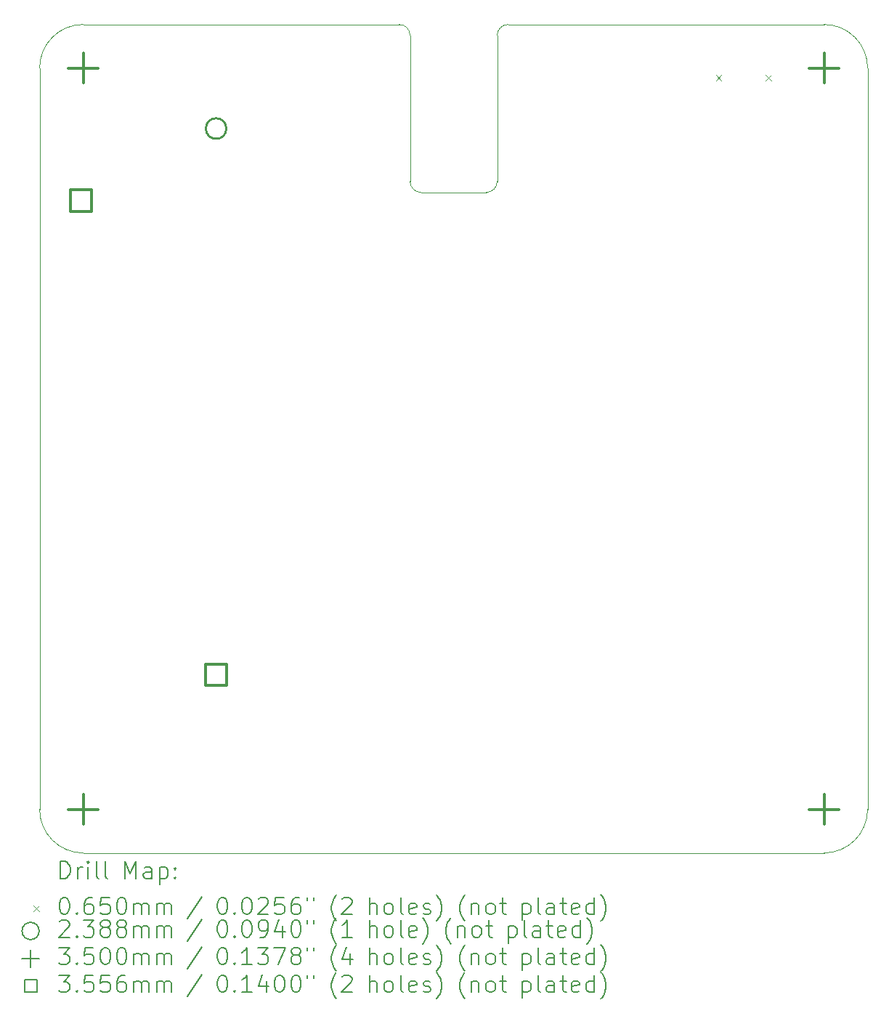
<source format=gbr>
%TF.GenerationSoftware,KiCad,Pcbnew,(7.0.0-rc2-208-g52b07b8bac)*%
%TF.CreationDate,2023-02-11T15:21:30-08:00*%
%TF.ProjectId,home-automation-sensor-lora,686f6d65-2d61-4757-946f-6d6174696f6e,rev?*%
%TF.SameCoordinates,Original*%
%TF.FileFunction,Drillmap*%
%TF.FilePolarity,Positive*%
%FSLAX45Y45*%
G04 Gerber Fmt 4.5, Leading zero omitted, Abs format (unit mm)*
G04 Created by KiCad (PCBNEW (7.0.0-rc2-208-g52b07b8bac)) date 2023-02-11 15:21:30*
%MOMM*%
%LPD*%
G01*
G04 APERTURE LIST*
%ADD10C,0.100000*%
%ADD11C,0.200000*%
%ADD12C,0.065000*%
%ADD13C,0.238760*%
%ADD14C,0.350000*%
%ADD15C,0.355600*%
G04 APERTURE END LIST*
D10*
X21898900Y-3635500D02*
G75*
G03*
X21390900Y-3127500I-508000J0D01*
G01*
X17707900Y-3127500D02*
G75*
G03*
X17580900Y-3254500I0J-127000D01*
G01*
X17453900Y-5083300D02*
X16691900Y-5083300D01*
X12754900Y-3127500D02*
G75*
G03*
X12246900Y-3635500I0J-508000D01*
G01*
X12754900Y-12779500D02*
X21390900Y-12779500D01*
X17707900Y-3127500D02*
X21390900Y-3127500D01*
X16564900Y-3254500D02*
G75*
G03*
X16437900Y-3127500I-127000J0D01*
G01*
X12246900Y-3635500D02*
X12246900Y-12271500D01*
X17580900Y-3254500D02*
X17580900Y-4956300D01*
X16437900Y-3127500D02*
X12754900Y-3127500D01*
X16564900Y-4956300D02*
G75*
G03*
X16691900Y-5083300I127000J0D01*
G01*
X21390900Y-12779500D02*
G75*
G03*
X21898900Y-12271500I0J508000D01*
G01*
X21898900Y-12271500D02*
X21898900Y-3635500D01*
X17453900Y-5083300D02*
G75*
G03*
X17580900Y-4956300I0J127000D01*
G01*
X16564900Y-4956300D02*
X16564900Y-3254500D01*
X12246900Y-12271500D02*
G75*
G03*
X12754900Y-12779500I508000J0D01*
G01*
D11*
D12*
X20129600Y-3717000D02*
X20194600Y-3782000D01*
X20194600Y-3717000D02*
X20129600Y-3782000D01*
X20707600Y-3717000D02*
X20772600Y-3782000D01*
X20772600Y-3717000D02*
X20707600Y-3782000D01*
D13*
X14423680Y-4340350D02*
G75*
G03*
X14423680Y-4340350I-119380J0D01*
G01*
D14*
X12754900Y-3460500D02*
X12754900Y-3810500D01*
X12579900Y-3635500D02*
X12929900Y-3635500D01*
X12754900Y-12096500D02*
X12754900Y-12446500D01*
X12579900Y-12271500D02*
X12929900Y-12271500D01*
X21390900Y-3460500D02*
X21390900Y-3810500D01*
X21215900Y-3635500D02*
X21565900Y-3635500D01*
X21390900Y-12096500D02*
X21390900Y-12446500D01*
X21215900Y-12271500D02*
X21565900Y-12271500D01*
D15*
X12855225Y-5304275D02*
X12855225Y-5052825D01*
X12603775Y-5052825D01*
X12603775Y-5304275D01*
X12855225Y-5304275D01*
X14430025Y-10828775D02*
X14430025Y-10577325D01*
X14178575Y-10577325D01*
X14178575Y-10828775D01*
X14430025Y-10828775D01*
D11*
X12489519Y-13077976D02*
X12489519Y-12877976D01*
X12489519Y-12877976D02*
X12537138Y-12877976D01*
X12537138Y-12877976D02*
X12565710Y-12887500D01*
X12565710Y-12887500D02*
X12584757Y-12906548D01*
X12584757Y-12906548D02*
X12594281Y-12925595D01*
X12594281Y-12925595D02*
X12603805Y-12963691D01*
X12603805Y-12963691D02*
X12603805Y-12992262D01*
X12603805Y-12992262D02*
X12594281Y-13030357D01*
X12594281Y-13030357D02*
X12584757Y-13049405D01*
X12584757Y-13049405D02*
X12565710Y-13068452D01*
X12565710Y-13068452D02*
X12537138Y-13077976D01*
X12537138Y-13077976D02*
X12489519Y-13077976D01*
X12689519Y-13077976D02*
X12689519Y-12944643D01*
X12689519Y-12982738D02*
X12699043Y-12963691D01*
X12699043Y-12963691D02*
X12708567Y-12954167D01*
X12708567Y-12954167D02*
X12727614Y-12944643D01*
X12727614Y-12944643D02*
X12746662Y-12944643D01*
X12813329Y-13077976D02*
X12813329Y-12944643D01*
X12813329Y-12877976D02*
X12803805Y-12887500D01*
X12803805Y-12887500D02*
X12813329Y-12897024D01*
X12813329Y-12897024D02*
X12822852Y-12887500D01*
X12822852Y-12887500D02*
X12813329Y-12877976D01*
X12813329Y-12877976D02*
X12813329Y-12897024D01*
X12937138Y-13077976D02*
X12918090Y-13068452D01*
X12918090Y-13068452D02*
X12908567Y-13049405D01*
X12908567Y-13049405D02*
X12908567Y-12877976D01*
X13041900Y-13077976D02*
X13022852Y-13068452D01*
X13022852Y-13068452D02*
X13013329Y-13049405D01*
X13013329Y-13049405D02*
X13013329Y-12877976D01*
X13238090Y-13077976D02*
X13238090Y-12877976D01*
X13238090Y-12877976D02*
X13304757Y-13020833D01*
X13304757Y-13020833D02*
X13371424Y-12877976D01*
X13371424Y-12877976D02*
X13371424Y-13077976D01*
X13552376Y-13077976D02*
X13552376Y-12973214D01*
X13552376Y-12973214D02*
X13542852Y-12954167D01*
X13542852Y-12954167D02*
X13523805Y-12944643D01*
X13523805Y-12944643D02*
X13485709Y-12944643D01*
X13485709Y-12944643D02*
X13466662Y-12954167D01*
X13552376Y-13068452D02*
X13533329Y-13077976D01*
X13533329Y-13077976D02*
X13485709Y-13077976D01*
X13485709Y-13077976D02*
X13466662Y-13068452D01*
X13466662Y-13068452D02*
X13457138Y-13049405D01*
X13457138Y-13049405D02*
X13457138Y-13030357D01*
X13457138Y-13030357D02*
X13466662Y-13011310D01*
X13466662Y-13011310D02*
X13485709Y-13001786D01*
X13485709Y-13001786D02*
X13533329Y-13001786D01*
X13533329Y-13001786D02*
X13552376Y-12992262D01*
X13647614Y-12944643D02*
X13647614Y-13144643D01*
X13647614Y-12954167D02*
X13666662Y-12944643D01*
X13666662Y-12944643D02*
X13704757Y-12944643D01*
X13704757Y-12944643D02*
X13723805Y-12954167D01*
X13723805Y-12954167D02*
X13733329Y-12963691D01*
X13733329Y-12963691D02*
X13742852Y-12982738D01*
X13742852Y-12982738D02*
X13742852Y-13039881D01*
X13742852Y-13039881D02*
X13733329Y-13058929D01*
X13733329Y-13058929D02*
X13723805Y-13068452D01*
X13723805Y-13068452D02*
X13704757Y-13077976D01*
X13704757Y-13077976D02*
X13666662Y-13077976D01*
X13666662Y-13077976D02*
X13647614Y-13068452D01*
X13828567Y-13058929D02*
X13838090Y-13068452D01*
X13838090Y-13068452D02*
X13828567Y-13077976D01*
X13828567Y-13077976D02*
X13819043Y-13068452D01*
X13819043Y-13068452D02*
X13828567Y-13058929D01*
X13828567Y-13058929D02*
X13828567Y-13077976D01*
X13828567Y-12954167D02*
X13838090Y-12963691D01*
X13838090Y-12963691D02*
X13828567Y-12973214D01*
X13828567Y-12973214D02*
X13819043Y-12963691D01*
X13819043Y-12963691D02*
X13828567Y-12954167D01*
X13828567Y-12954167D02*
X13828567Y-12973214D01*
D12*
X12176900Y-13392000D02*
X12241900Y-13457000D01*
X12241900Y-13392000D02*
X12176900Y-13457000D01*
D11*
X12527614Y-13297976D02*
X12546662Y-13297976D01*
X12546662Y-13297976D02*
X12565710Y-13307500D01*
X12565710Y-13307500D02*
X12575233Y-13317024D01*
X12575233Y-13317024D02*
X12584757Y-13336072D01*
X12584757Y-13336072D02*
X12594281Y-13374167D01*
X12594281Y-13374167D02*
X12594281Y-13421786D01*
X12594281Y-13421786D02*
X12584757Y-13459881D01*
X12584757Y-13459881D02*
X12575233Y-13478929D01*
X12575233Y-13478929D02*
X12565710Y-13488452D01*
X12565710Y-13488452D02*
X12546662Y-13497976D01*
X12546662Y-13497976D02*
X12527614Y-13497976D01*
X12527614Y-13497976D02*
X12508567Y-13488452D01*
X12508567Y-13488452D02*
X12499043Y-13478929D01*
X12499043Y-13478929D02*
X12489519Y-13459881D01*
X12489519Y-13459881D02*
X12479995Y-13421786D01*
X12479995Y-13421786D02*
X12479995Y-13374167D01*
X12479995Y-13374167D02*
X12489519Y-13336072D01*
X12489519Y-13336072D02*
X12499043Y-13317024D01*
X12499043Y-13317024D02*
X12508567Y-13307500D01*
X12508567Y-13307500D02*
X12527614Y-13297976D01*
X12679995Y-13478929D02*
X12689519Y-13488452D01*
X12689519Y-13488452D02*
X12679995Y-13497976D01*
X12679995Y-13497976D02*
X12670471Y-13488452D01*
X12670471Y-13488452D02*
X12679995Y-13478929D01*
X12679995Y-13478929D02*
X12679995Y-13497976D01*
X12860948Y-13297976D02*
X12822852Y-13297976D01*
X12822852Y-13297976D02*
X12803805Y-13307500D01*
X12803805Y-13307500D02*
X12794281Y-13317024D01*
X12794281Y-13317024D02*
X12775233Y-13345595D01*
X12775233Y-13345595D02*
X12765710Y-13383691D01*
X12765710Y-13383691D02*
X12765710Y-13459881D01*
X12765710Y-13459881D02*
X12775233Y-13478929D01*
X12775233Y-13478929D02*
X12784757Y-13488452D01*
X12784757Y-13488452D02*
X12803805Y-13497976D01*
X12803805Y-13497976D02*
X12841900Y-13497976D01*
X12841900Y-13497976D02*
X12860948Y-13488452D01*
X12860948Y-13488452D02*
X12870471Y-13478929D01*
X12870471Y-13478929D02*
X12879995Y-13459881D01*
X12879995Y-13459881D02*
X12879995Y-13412262D01*
X12879995Y-13412262D02*
X12870471Y-13393214D01*
X12870471Y-13393214D02*
X12860948Y-13383691D01*
X12860948Y-13383691D02*
X12841900Y-13374167D01*
X12841900Y-13374167D02*
X12803805Y-13374167D01*
X12803805Y-13374167D02*
X12784757Y-13383691D01*
X12784757Y-13383691D02*
X12775233Y-13393214D01*
X12775233Y-13393214D02*
X12765710Y-13412262D01*
X13060948Y-13297976D02*
X12965710Y-13297976D01*
X12965710Y-13297976D02*
X12956186Y-13393214D01*
X12956186Y-13393214D02*
X12965710Y-13383691D01*
X12965710Y-13383691D02*
X12984757Y-13374167D01*
X12984757Y-13374167D02*
X13032376Y-13374167D01*
X13032376Y-13374167D02*
X13051424Y-13383691D01*
X13051424Y-13383691D02*
X13060948Y-13393214D01*
X13060948Y-13393214D02*
X13070471Y-13412262D01*
X13070471Y-13412262D02*
X13070471Y-13459881D01*
X13070471Y-13459881D02*
X13060948Y-13478929D01*
X13060948Y-13478929D02*
X13051424Y-13488452D01*
X13051424Y-13488452D02*
X13032376Y-13497976D01*
X13032376Y-13497976D02*
X12984757Y-13497976D01*
X12984757Y-13497976D02*
X12965710Y-13488452D01*
X12965710Y-13488452D02*
X12956186Y-13478929D01*
X13194281Y-13297976D02*
X13213329Y-13297976D01*
X13213329Y-13297976D02*
X13232376Y-13307500D01*
X13232376Y-13307500D02*
X13241900Y-13317024D01*
X13241900Y-13317024D02*
X13251424Y-13336072D01*
X13251424Y-13336072D02*
X13260948Y-13374167D01*
X13260948Y-13374167D02*
X13260948Y-13421786D01*
X13260948Y-13421786D02*
X13251424Y-13459881D01*
X13251424Y-13459881D02*
X13241900Y-13478929D01*
X13241900Y-13478929D02*
X13232376Y-13488452D01*
X13232376Y-13488452D02*
X13213329Y-13497976D01*
X13213329Y-13497976D02*
X13194281Y-13497976D01*
X13194281Y-13497976D02*
X13175233Y-13488452D01*
X13175233Y-13488452D02*
X13165710Y-13478929D01*
X13165710Y-13478929D02*
X13156186Y-13459881D01*
X13156186Y-13459881D02*
X13146662Y-13421786D01*
X13146662Y-13421786D02*
X13146662Y-13374167D01*
X13146662Y-13374167D02*
X13156186Y-13336072D01*
X13156186Y-13336072D02*
X13165710Y-13317024D01*
X13165710Y-13317024D02*
X13175233Y-13307500D01*
X13175233Y-13307500D02*
X13194281Y-13297976D01*
X13346662Y-13497976D02*
X13346662Y-13364643D01*
X13346662Y-13383691D02*
X13356186Y-13374167D01*
X13356186Y-13374167D02*
X13375233Y-13364643D01*
X13375233Y-13364643D02*
X13403805Y-13364643D01*
X13403805Y-13364643D02*
X13422852Y-13374167D01*
X13422852Y-13374167D02*
X13432376Y-13393214D01*
X13432376Y-13393214D02*
X13432376Y-13497976D01*
X13432376Y-13393214D02*
X13441900Y-13374167D01*
X13441900Y-13374167D02*
X13460948Y-13364643D01*
X13460948Y-13364643D02*
X13489519Y-13364643D01*
X13489519Y-13364643D02*
X13508567Y-13374167D01*
X13508567Y-13374167D02*
X13518091Y-13393214D01*
X13518091Y-13393214D02*
X13518091Y-13497976D01*
X13613329Y-13497976D02*
X13613329Y-13364643D01*
X13613329Y-13383691D02*
X13622852Y-13374167D01*
X13622852Y-13374167D02*
X13641900Y-13364643D01*
X13641900Y-13364643D02*
X13670472Y-13364643D01*
X13670472Y-13364643D02*
X13689519Y-13374167D01*
X13689519Y-13374167D02*
X13699043Y-13393214D01*
X13699043Y-13393214D02*
X13699043Y-13497976D01*
X13699043Y-13393214D02*
X13708567Y-13374167D01*
X13708567Y-13374167D02*
X13727614Y-13364643D01*
X13727614Y-13364643D02*
X13756186Y-13364643D01*
X13756186Y-13364643D02*
X13775233Y-13374167D01*
X13775233Y-13374167D02*
X13784757Y-13393214D01*
X13784757Y-13393214D02*
X13784757Y-13497976D01*
X14142852Y-13288452D02*
X13971424Y-13545595D01*
X14367614Y-13297976D02*
X14386662Y-13297976D01*
X14386662Y-13297976D02*
X14405710Y-13307500D01*
X14405710Y-13307500D02*
X14415233Y-13317024D01*
X14415233Y-13317024D02*
X14424757Y-13336072D01*
X14424757Y-13336072D02*
X14434281Y-13374167D01*
X14434281Y-13374167D02*
X14434281Y-13421786D01*
X14434281Y-13421786D02*
X14424757Y-13459881D01*
X14424757Y-13459881D02*
X14415233Y-13478929D01*
X14415233Y-13478929D02*
X14405710Y-13488452D01*
X14405710Y-13488452D02*
X14386662Y-13497976D01*
X14386662Y-13497976D02*
X14367614Y-13497976D01*
X14367614Y-13497976D02*
X14348567Y-13488452D01*
X14348567Y-13488452D02*
X14339043Y-13478929D01*
X14339043Y-13478929D02*
X14329519Y-13459881D01*
X14329519Y-13459881D02*
X14319995Y-13421786D01*
X14319995Y-13421786D02*
X14319995Y-13374167D01*
X14319995Y-13374167D02*
X14329519Y-13336072D01*
X14329519Y-13336072D02*
X14339043Y-13317024D01*
X14339043Y-13317024D02*
X14348567Y-13307500D01*
X14348567Y-13307500D02*
X14367614Y-13297976D01*
X14519995Y-13478929D02*
X14529519Y-13488452D01*
X14529519Y-13488452D02*
X14519995Y-13497976D01*
X14519995Y-13497976D02*
X14510472Y-13488452D01*
X14510472Y-13488452D02*
X14519995Y-13478929D01*
X14519995Y-13478929D02*
X14519995Y-13497976D01*
X14653329Y-13297976D02*
X14672376Y-13297976D01*
X14672376Y-13297976D02*
X14691424Y-13307500D01*
X14691424Y-13307500D02*
X14700948Y-13317024D01*
X14700948Y-13317024D02*
X14710472Y-13336072D01*
X14710472Y-13336072D02*
X14719995Y-13374167D01*
X14719995Y-13374167D02*
X14719995Y-13421786D01*
X14719995Y-13421786D02*
X14710472Y-13459881D01*
X14710472Y-13459881D02*
X14700948Y-13478929D01*
X14700948Y-13478929D02*
X14691424Y-13488452D01*
X14691424Y-13488452D02*
X14672376Y-13497976D01*
X14672376Y-13497976D02*
X14653329Y-13497976D01*
X14653329Y-13497976D02*
X14634281Y-13488452D01*
X14634281Y-13488452D02*
X14624757Y-13478929D01*
X14624757Y-13478929D02*
X14615233Y-13459881D01*
X14615233Y-13459881D02*
X14605710Y-13421786D01*
X14605710Y-13421786D02*
X14605710Y-13374167D01*
X14605710Y-13374167D02*
X14615233Y-13336072D01*
X14615233Y-13336072D02*
X14624757Y-13317024D01*
X14624757Y-13317024D02*
X14634281Y-13307500D01*
X14634281Y-13307500D02*
X14653329Y-13297976D01*
X14796186Y-13317024D02*
X14805710Y-13307500D01*
X14805710Y-13307500D02*
X14824757Y-13297976D01*
X14824757Y-13297976D02*
X14872376Y-13297976D01*
X14872376Y-13297976D02*
X14891424Y-13307500D01*
X14891424Y-13307500D02*
X14900948Y-13317024D01*
X14900948Y-13317024D02*
X14910472Y-13336072D01*
X14910472Y-13336072D02*
X14910472Y-13355119D01*
X14910472Y-13355119D02*
X14900948Y-13383691D01*
X14900948Y-13383691D02*
X14786662Y-13497976D01*
X14786662Y-13497976D02*
X14910472Y-13497976D01*
X15091424Y-13297976D02*
X14996186Y-13297976D01*
X14996186Y-13297976D02*
X14986662Y-13393214D01*
X14986662Y-13393214D02*
X14996186Y-13383691D01*
X14996186Y-13383691D02*
X15015233Y-13374167D01*
X15015233Y-13374167D02*
X15062853Y-13374167D01*
X15062853Y-13374167D02*
X15081900Y-13383691D01*
X15081900Y-13383691D02*
X15091424Y-13393214D01*
X15091424Y-13393214D02*
X15100948Y-13412262D01*
X15100948Y-13412262D02*
X15100948Y-13459881D01*
X15100948Y-13459881D02*
X15091424Y-13478929D01*
X15091424Y-13478929D02*
X15081900Y-13488452D01*
X15081900Y-13488452D02*
X15062853Y-13497976D01*
X15062853Y-13497976D02*
X15015233Y-13497976D01*
X15015233Y-13497976D02*
X14996186Y-13488452D01*
X14996186Y-13488452D02*
X14986662Y-13478929D01*
X15272376Y-13297976D02*
X15234281Y-13297976D01*
X15234281Y-13297976D02*
X15215233Y-13307500D01*
X15215233Y-13307500D02*
X15205710Y-13317024D01*
X15205710Y-13317024D02*
X15186662Y-13345595D01*
X15186662Y-13345595D02*
X15177138Y-13383691D01*
X15177138Y-13383691D02*
X15177138Y-13459881D01*
X15177138Y-13459881D02*
X15186662Y-13478929D01*
X15186662Y-13478929D02*
X15196186Y-13488452D01*
X15196186Y-13488452D02*
X15215233Y-13497976D01*
X15215233Y-13497976D02*
X15253329Y-13497976D01*
X15253329Y-13497976D02*
X15272376Y-13488452D01*
X15272376Y-13488452D02*
X15281900Y-13478929D01*
X15281900Y-13478929D02*
X15291424Y-13459881D01*
X15291424Y-13459881D02*
X15291424Y-13412262D01*
X15291424Y-13412262D02*
X15281900Y-13393214D01*
X15281900Y-13393214D02*
X15272376Y-13383691D01*
X15272376Y-13383691D02*
X15253329Y-13374167D01*
X15253329Y-13374167D02*
X15215233Y-13374167D01*
X15215233Y-13374167D02*
X15196186Y-13383691D01*
X15196186Y-13383691D02*
X15186662Y-13393214D01*
X15186662Y-13393214D02*
X15177138Y-13412262D01*
X15367614Y-13297976D02*
X15367614Y-13336072D01*
X15443805Y-13297976D02*
X15443805Y-13336072D01*
X15706662Y-13574167D02*
X15697138Y-13564643D01*
X15697138Y-13564643D02*
X15678091Y-13536072D01*
X15678091Y-13536072D02*
X15668567Y-13517024D01*
X15668567Y-13517024D02*
X15659043Y-13488452D01*
X15659043Y-13488452D02*
X15649519Y-13440833D01*
X15649519Y-13440833D02*
X15649519Y-13402738D01*
X15649519Y-13402738D02*
X15659043Y-13355119D01*
X15659043Y-13355119D02*
X15668567Y-13326548D01*
X15668567Y-13326548D02*
X15678091Y-13307500D01*
X15678091Y-13307500D02*
X15697138Y-13278929D01*
X15697138Y-13278929D02*
X15706662Y-13269405D01*
X15773329Y-13317024D02*
X15782853Y-13307500D01*
X15782853Y-13307500D02*
X15801900Y-13297976D01*
X15801900Y-13297976D02*
X15849519Y-13297976D01*
X15849519Y-13297976D02*
X15868567Y-13307500D01*
X15868567Y-13307500D02*
X15878091Y-13317024D01*
X15878091Y-13317024D02*
X15887614Y-13336072D01*
X15887614Y-13336072D02*
X15887614Y-13355119D01*
X15887614Y-13355119D02*
X15878091Y-13383691D01*
X15878091Y-13383691D02*
X15763805Y-13497976D01*
X15763805Y-13497976D02*
X15887614Y-13497976D01*
X16093329Y-13497976D02*
X16093329Y-13297976D01*
X16179043Y-13497976D02*
X16179043Y-13393214D01*
X16179043Y-13393214D02*
X16169519Y-13374167D01*
X16169519Y-13374167D02*
X16150472Y-13364643D01*
X16150472Y-13364643D02*
X16121900Y-13364643D01*
X16121900Y-13364643D02*
X16102853Y-13374167D01*
X16102853Y-13374167D02*
X16093329Y-13383691D01*
X16302853Y-13497976D02*
X16283805Y-13488452D01*
X16283805Y-13488452D02*
X16274281Y-13478929D01*
X16274281Y-13478929D02*
X16264757Y-13459881D01*
X16264757Y-13459881D02*
X16264757Y-13402738D01*
X16264757Y-13402738D02*
X16274281Y-13383691D01*
X16274281Y-13383691D02*
X16283805Y-13374167D01*
X16283805Y-13374167D02*
X16302853Y-13364643D01*
X16302853Y-13364643D02*
X16331424Y-13364643D01*
X16331424Y-13364643D02*
X16350472Y-13374167D01*
X16350472Y-13374167D02*
X16359995Y-13383691D01*
X16359995Y-13383691D02*
X16369519Y-13402738D01*
X16369519Y-13402738D02*
X16369519Y-13459881D01*
X16369519Y-13459881D02*
X16359995Y-13478929D01*
X16359995Y-13478929D02*
X16350472Y-13488452D01*
X16350472Y-13488452D02*
X16331424Y-13497976D01*
X16331424Y-13497976D02*
X16302853Y-13497976D01*
X16483805Y-13497976D02*
X16464757Y-13488452D01*
X16464757Y-13488452D02*
X16455234Y-13469405D01*
X16455234Y-13469405D02*
X16455234Y-13297976D01*
X16636186Y-13488452D02*
X16617138Y-13497976D01*
X16617138Y-13497976D02*
X16579043Y-13497976D01*
X16579043Y-13497976D02*
X16559995Y-13488452D01*
X16559995Y-13488452D02*
X16550472Y-13469405D01*
X16550472Y-13469405D02*
X16550472Y-13393214D01*
X16550472Y-13393214D02*
X16559995Y-13374167D01*
X16559995Y-13374167D02*
X16579043Y-13364643D01*
X16579043Y-13364643D02*
X16617138Y-13364643D01*
X16617138Y-13364643D02*
X16636186Y-13374167D01*
X16636186Y-13374167D02*
X16645710Y-13393214D01*
X16645710Y-13393214D02*
X16645710Y-13412262D01*
X16645710Y-13412262D02*
X16550472Y-13431310D01*
X16721900Y-13488452D02*
X16740948Y-13497976D01*
X16740948Y-13497976D02*
X16779043Y-13497976D01*
X16779043Y-13497976D02*
X16798091Y-13488452D01*
X16798091Y-13488452D02*
X16807615Y-13469405D01*
X16807615Y-13469405D02*
X16807615Y-13459881D01*
X16807615Y-13459881D02*
X16798091Y-13440833D01*
X16798091Y-13440833D02*
X16779043Y-13431310D01*
X16779043Y-13431310D02*
X16750472Y-13431310D01*
X16750472Y-13431310D02*
X16731424Y-13421786D01*
X16731424Y-13421786D02*
X16721900Y-13402738D01*
X16721900Y-13402738D02*
X16721900Y-13393214D01*
X16721900Y-13393214D02*
X16731424Y-13374167D01*
X16731424Y-13374167D02*
X16750472Y-13364643D01*
X16750472Y-13364643D02*
X16779043Y-13364643D01*
X16779043Y-13364643D02*
X16798091Y-13374167D01*
X16874281Y-13574167D02*
X16883805Y-13564643D01*
X16883805Y-13564643D02*
X16902853Y-13536072D01*
X16902853Y-13536072D02*
X16912377Y-13517024D01*
X16912377Y-13517024D02*
X16921900Y-13488452D01*
X16921900Y-13488452D02*
X16931424Y-13440833D01*
X16931424Y-13440833D02*
X16931424Y-13402738D01*
X16931424Y-13402738D02*
X16921900Y-13355119D01*
X16921900Y-13355119D02*
X16912377Y-13326548D01*
X16912377Y-13326548D02*
X16902853Y-13307500D01*
X16902853Y-13307500D02*
X16883805Y-13278929D01*
X16883805Y-13278929D02*
X16874281Y-13269405D01*
X17203805Y-13574167D02*
X17194281Y-13564643D01*
X17194281Y-13564643D02*
X17175234Y-13536072D01*
X17175234Y-13536072D02*
X17165710Y-13517024D01*
X17165710Y-13517024D02*
X17156186Y-13488452D01*
X17156186Y-13488452D02*
X17146662Y-13440833D01*
X17146662Y-13440833D02*
X17146662Y-13402738D01*
X17146662Y-13402738D02*
X17156186Y-13355119D01*
X17156186Y-13355119D02*
X17165710Y-13326548D01*
X17165710Y-13326548D02*
X17175234Y-13307500D01*
X17175234Y-13307500D02*
X17194281Y-13278929D01*
X17194281Y-13278929D02*
X17203805Y-13269405D01*
X17279996Y-13364643D02*
X17279996Y-13497976D01*
X17279996Y-13383691D02*
X17289519Y-13374167D01*
X17289519Y-13374167D02*
X17308567Y-13364643D01*
X17308567Y-13364643D02*
X17337138Y-13364643D01*
X17337138Y-13364643D02*
X17356186Y-13374167D01*
X17356186Y-13374167D02*
X17365710Y-13393214D01*
X17365710Y-13393214D02*
X17365710Y-13497976D01*
X17489519Y-13497976D02*
X17470472Y-13488452D01*
X17470472Y-13488452D02*
X17460948Y-13478929D01*
X17460948Y-13478929D02*
X17451424Y-13459881D01*
X17451424Y-13459881D02*
X17451424Y-13402738D01*
X17451424Y-13402738D02*
X17460948Y-13383691D01*
X17460948Y-13383691D02*
X17470472Y-13374167D01*
X17470472Y-13374167D02*
X17489519Y-13364643D01*
X17489519Y-13364643D02*
X17518091Y-13364643D01*
X17518091Y-13364643D02*
X17537138Y-13374167D01*
X17537138Y-13374167D02*
X17546662Y-13383691D01*
X17546662Y-13383691D02*
X17556186Y-13402738D01*
X17556186Y-13402738D02*
X17556186Y-13459881D01*
X17556186Y-13459881D02*
X17546662Y-13478929D01*
X17546662Y-13478929D02*
X17537138Y-13488452D01*
X17537138Y-13488452D02*
X17518091Y-13497976D01*
X17518091Y-13497976D02*
X17489519Y-13497976D01*
X17613329Y-13364643D02*
X17689519Y-13364643D01*
X17641900Y-13297976D02*
X17641900Y-13469405D01*
X17641900Y-13469405D02*
X17651424Y-13488452D01*
X17651424Y-13488452D02*
X17670472Y-13497976D01*
X17670472Y-13497976D02*
X17689519Y-13497976D01*
X17876186Y-13364643D02*
X17876186Y-13564643D01*
X17876186Y-13374167D02*
X17895234Y-13364643D01*
X17895234Y-13364643D02*
X17933329Y-13364643D01*
X17933329Y-13364643D02*
X17952377Y-13374167D01*
X17952377Y-13374167D02*
X17961900Y-13383691D01*
X17961900Y-13383691D02*
X17971424Y-13402738D01*
X17971424Y-13402738D02*
X17971424Y-13459881D01*
X17971424Y-13459881D02*
X17961900Y-13478929D01*
X17961900Y-13478929D02*
X17952377Y-13488452D01*
X17952377Y-13488452D02*
X17933329Y-13497976D01*
X17933329Y-13497976D02*
X17895234Y-13497976D01*
X17895234Y-13497976D02*
X17876186Y-13488452D01*
X18085710Y-13497976D02*
X18066662Y-13488452D01*
X18066662Y-13488452D02*
X18057138Y-13469405D01*
X18057138Y-13469405D02*
X18057138Y-13297976D01*
X18247615Y-13497976D02*
X18247615Y-13393214D01*
X18247615Y-13393214D02*
X18238091Y-13374167D01*
X18238091Y-13374167D02*
X18219043Y-13364643D01*
X18219043Y-13364643D02*
X18180948Y-13364643D01*
X18180948Y-13364643D02*
X18161900Y-13374167D01*
X18247615Y-13488452D02*
X18228567Y-13497976D01*
X18228567Y-13497976D02*
X18180948Y-13497976D01*
X18180948Y-13497976D02*
X18161900Y-13488452D01*
X18161900Y-13488452D02*
X18152377Y-13469405D01*
X18152377Y-13469405D02*
X18152377Y-13450357D01*
X18152377Y-13450357D02*
X18161900Y-13431310D01*
X18161900Y-13431310D02*
X18180948Y-13421786D01*
X18180948Y-13421786D02*
X18228567Y-13421786D01*
X18228567Y-13421786D02*
X18247615Y-13412262D01*
X18314281Y-13364643D02*
X18390472Y-13364643D01*
X18342853Y-13297976D02*
X18342853Y-13469405D01*
X18342853Y-13469405D02*
X18352377Y-13488452D01*
X18352377Y-13488452D02*
X18371424Y-13497976D01*
X18371424Y-13497976D02*
X18390472Y-13497976D01*
X18533329Y-13488452D02*
X18514281Y-13497976D01*
X18514281Y-13497976D02*
X18476186Y-13497976D01*
X18476186Y-13497976D02*
X18457138Y-13488452D01*
X18457138Y-13488452D02*
X18447615Y-13469405D01*
X18447615Y-13469405D02*
X18447615Y-13393214D01*
X18447615Y-13393214D02*
X18457138Y-13374167D01*
X18457138Y-13374167D02*
X18476186Y-13364643D01*
X18476186Y-13364643D02*
X18514281Y-13364643D01*
X18514281Y-13364643D02*
X18533329Y-13374167D01*
X18533329Y-13374167D02*
X18542853Y-13393214D01*
X18542853Y-13393214D02*
X18542853Y-13412262D01*
X18542853Y-13412262D02*
X18447615Y-13431310D01*
X18714281Y-13497976D02*
X18714281Y-13297976D01*
X18714281Y-13488452D02*
X18695234Y-13497976D01*
X18695234Y-13497976D02*
X18657138Y-13497976D01*
X18657138Y-13497976D02*
X18638091Y-13488452D01*
X18638091Y-13488452D02*
X18628567Y-13478929D01*
X18628567Y-13478929D02*
X18619043Y-13459881D01*
X18619043Y-13459881D02*
X18619043Y-13402738D01*
X18619043Y-13402738D02*
X18628567Y-13383691D01*
X18628567Y-13383691D02*
X18638091Y-13374167D01*
X18638091Y-13374167D02*
X18657138Y-13364643D01*
X18657138Y-13364643D02*
X18695234Y-13364643D01*
X18695234Y-13364643D02*
X18714281Y-13374167D01*
X18790472Y-13574167D02*
X18799996Y-13564643D01*
X18799996Y-13564643D02*
X18819043Y-13536072D01*
X18819043Y-13536072D02*
X18828567Y-13517024D01*
X18828567Y-13517024D02*
X18838091Y-13488452D01*
X18838091Y-13488452D02*
X18847615Y-13440833D01*
X18847615Y-13440833D02*
X18847615Y-13402738D01*
X18847615Y-13402738D02*
X18838091Y-13355119D01*
X18838091Y-13355119D02*
X18828567Y-13326548D01*
X18828567Y-13326548D02*
X18819043Y-13307500D01*
X18819043Y-13307500D02*
X18799996Y-13278929D01*
X18799996Y-13278929D02*
X18790472Y-13269405D01*
X12241900Y-13688500D02*
G75*
G03*
X12241900Y-13688500I-100000J0D01*
G01*
X12479995Y-13581024D02*
X12489519Y-13571500D01*
X12489519Y-13571500D02*
X12508567Y-13561976D01*
X12508567Y-13561976D02*
X12556186Y-13561976D01*
X12556186Y-13561976D02*
X12575233Y-13571500D01*
X12575233Y-13571500D02*
X12584757Y-13581024D01*
X12584757Y-13581024D02*
X12594281Y-13600072D01*
X12594281Y-13600072D02*
X12594281Y-13619119D01*
X12594281Y-13619119D02*
X12584757Y-13647691D01*
X12584757Y-13647691D02*
X12470471Y-13761976D01*
X12470471Y-13761976D02*
X12594281Y-13761976D01*
X12679995Y-13742929D02*
X12689519Y-13752452D01*
X12689519Y-13752452D02*
X12679995Y-13761976D01*
X12679995Y-13761976D02*
X12670471Y-13752452D01*
X12670471Y-13752452D02*
X12679995Y-13742929D01*
X12679995Y-13742929D02*
X12679995Y-13761976D01*
X12756186Y-13561976D02*
X12879995Y-13561976D01*
X12879995Y-13561976D02*
X12813329Y-13638167D01*
X12813329Y-13638167D02*
X12841900Y-13638167D01*
X12841900Y-13638167D02*
X12860948Y-13647691D01*
X12860948Y-13647691D02*
X12870471Y-13657214D01*
X12870471Y-13657214D02*
X12879995Y-13676262D01*
X12879995Y-13676262D02*
X12879995Y-13723881D01*
X12879995Y-13723881D02*
X12870471Y-13742929D01*
X12870471Y-13742929D02*
X12860948Y-13752452D01*
X12860948Y-13752452D02*
X12841900Y-13761976D01*
X12841900Y-13761976D02*
X12784757Y-13761976D01*
X12784757Y-13761976D02*
X12765710Y-13752452D01*
X12765710Y-13752452D02*
X12756186Y-13742929D01*
X12994281Y-13647691D02*
X12975233Y-13638167D01*
X12975233Y-13638167D02*
X12965710Y-13628643D01*
X12965710Y-13628643D02*
X12956186Y-13609595D01*
X12956186Y-13609595D02*
X12956186Y-13600072D01*
X12956186Y-13600072D02*
X12965710Y-13581024D01*
X12965710Y-13581024D02*
X12975233Y-13571500D01*
X12975233Y-13571500D02*
X12994281Y-13561976D01*
X12994281Y-13561976D02*
X13032376Y-13561976D01*
X13032376Y-13561976D02*
X13051424Y-13571500D01*
X13051424Y-13571500D02*
X13060948Y-13581024D01*
X13060948Y-13581024D02*
X13070471Y-13600072D01*
X13070471Y-13600072D02*
X13070471Y-13609595D01*
X13070471Y-13609595D02*
X13060948Y-13628643D01*
X13060948Y-13628643D02*
X13051424Y-13638167D01*
X13051424Y-13638167D02*
X13032376Y-13647691D01*
X13032376Y-13647691D02*
X12994281Y-13647691D01*
X12994281Y-13647691D02*
X12975233Y-13657214D01*
X12975233Y-13657214D02*
X12965710Y-13666738D01*
X12965710Y-13666738D02*
X12956186Y-13685786D01*
X12956186Y-13685786D02*
X12956186Y-13723881D01*
X12956186Y-13723881D02*
X12965710Y-13742929D01*
X12965710Y-13742929D02*
X12975233Y-13752452D01*
X12975233Y-13752452D02*
X12994281Y-13761976D01*
X12994281Y-13761976D02*
X13032376Y-13761976D01*
X13032376Y-13761976D02*
X13051424Y-13752452D01*
X13051424Y-13752452D02*
X13060948Y-13742929D01*
X13060948Y-13742929D02*
X13070471Y-13723881D01*
X13070471Y-13723881D02*
X13070471Y-13685786D01*
X13070471Y-13685786D02*
X13060948Y-13666738D01*
X13060948Y-13666738D02*
X13051424Y-13657214D01*
X13051424Y-13657214D02*
X13032376Y-13647691D01*
X13184757Y-13647691D02*
X13165710Y-13638167D01*
X13165710Y-13638167D02*
X13156186Y-13628643D01*
X13156186Y-13628643D02*
X13146662Y-13609595D01*
X13146662Y-13609595D02*
X13146662Y-13600072D01*
X13146662Y-13600072D02*
X13156186Y-13581024D01*
X13156186Y-13581024D02*
X13165710Y-13571500D01*
X13165710Y-13571500D02*
X13184757Y-13561976D01*
X13184757Y-13561976D02*
X13222852Y-13561976D01*
X13222852Y-13561976D02*
X13241900Y-13571500D01*
X13241900Y-13571500D02*
X13251424Y-13581024D01*
X13251424Y-13581024D02*
X13260948Y-13600072D01*
X13260948Y-13600072D02*
X13260948Y-13609595D01*
X13260948Y-13609595D02*
X13251424Y-13628643D01*
X13251424Y-13628643D02*
X13241900Y-13638167D01*
X13241900Y-13638167D02*
X13222852Y-13647691D01*
X13222852Y-13647691D02*
X13184757Y-13647691D01*
X13184757Y-13647691D02*
X13165710Y-13657214D01*
X13165710Y-13657214D02*
X13156186Y-13666738D01*
X13156186Y-13666738D02*
X13146662Y-13685786D01*
X13146662Y-13685786D02*
X13146662Y-13723881D01*
X13146662Y-13723881D02*
X13156186Y-13742929D01*
X13156186Y-13742929D02*
X13165710Y-13752452D01*
X13165710Y-13752452D02*
X13184757Y-13761976D01*
X13184757Y-13761976D02*
X13222852Y-13761976D01*
X13222852Y-13761976D02*
X13241900Y-13752452D01*
X13241900Y-13752452D02*
X13251424Y-13742929D01*
X13251424Y-13742929D02*
X13260948Y-13723881D01*
X13260948Y-13723881D02*
X13260948Y-13685786D01*
X13260948Y-13685786D02*
X13251424Y-13666738D01*
X13251424Y-13666738D02*
X13241900Y-13657214D01*
X13241900Y-13657214D02*
X13222852Y-13647691D01*
X13346662Y-13761976D02*
X13346662Y-13628643D01*
X13346662Y-13647691D02*
X13356186Y-13638167D01*
X13356186Y-13638167D02*
X13375233Y-13628643D01*
X13375233Y-13628643D02*
X13403805Y-13628643D01*
X13403805Y-13628643D02*
X13422852Y-13638167D01*
X13422852Y-13638167D02*
X13432376Y-13657214D01*
X13432376Y-13657214D02*
X13432376Y-13761976D01*
X13432376Y-13657214D02*
X13441900Y-13638167D01*
X13441900Y-13638167D02*
X13460948Y-13628643D01*
X13460948Y-13628643D02*
X13489519Y-13628643D01*
X13489519Y-13628643D02*
X13508567Y-13638167D01*
X13508567Y-13638167D02*
X13518091Y-13657214D01*
X13518091Y-13657214D02*
X13518091Y-13761976D01*
X13613329Y-13761976D02*
X13613329Y-13628643D01*
X13613329Y-13647691D02*
X13622852Y-13638167D01*
X13622852Y-13638167D02*
X13641900Y-13628643D01*
X13641900Y-13628643D02*
X13670472Y-13628643D01*
X13670472Y-13628643D02*
X13689519Y-13638167D01*
X13689519Y-13638167D02*
X13699043Y-13657214D01*
X13699043Y-13657214D02*
X13699043Y-13761976D01*
X13699043Y-13657214D02*
X13708567Y-13638167D01*
X13708567Y-13638167D02*
X13727614Y-13628643D01*
X13727614Y-13628643D02*
X13756186Y-13628643D01*
X13756186Y-13628643D02*
X13775233Y-13638167D01*
X13775233Y-13638167D02*
X13784757Y-13657214D01*
X13784757Y-13657214D02*
X13784757Y-13761976D01*
X14142852Y-13552452D02*
X13971424Y-13809595D01*
X14367614Y-13561976D02*
X14386662Y-13561976D01*
X14386662Y-13561976D02*
X14405710Y-13571500D01*
X14405710Y-13571500D02*
X14415233Y-13581024D01*
X14415233Y-13581024D02*
X14424757Y-13600072D01*
X14424757Y-13600072D02*
X14434281Y-13638167D01*
X14434281Y-13638167D02*
X14434281Y-13685786D01*
X14434281Y-13685786D02*
X14424757Y-13723881D01*
X14424757Y-13723881D02*
X14415233Y-13742929D01*
X14415233Y-13742929D02*
X14405710Y-13752452D01*
X14405710Y-13752452D02*
X14386662Y-13761976D01*
X14386662Y-13761976D02*
X14367614Y-13761976D01*
X14367614Y-13761976D02*
X14348567Y-13752452D01*
X14348567Y-13752452D02*
X14339043Y-13742929D01*
X14339043Y-13742929D02*
X14329519Y-13723881D01*
X14329519Y-13723881D02*
X14319995Y-13685786D01*
X14319995Y-13685786D02*
X14319995Y-13638167D01*
X14319995Y-13638167D02*
X14329519Y-13600072D01*
X14329519Y-13600072D02*
X14339043Y-13581024D01*
X14339043Y-13581024D02*
X14348567Y-13571500D01*
X14348567Y-13571500D02*
X14367614Y-13561976D01*
X14519995Y-13742929D02*
X14529519Y-13752452D01*
X14529519Y-13752452D02*
X14519995Y-13761976D01*
X14519995Y-13761976D02*
X14510472Y-13752452D01*
X14510472Y-13752452D02*
X14519995Y-13742929D01*
X14519995Y-13742929D02*
X14519995Y-13761976D01*
X14653329Y-13561976D02*
X14672376Y-13561976D01*
X14672376Y-13561976D02*
X14691424Y-13571500D01*
X14691424Y-13571500D02*
X14700948Y-13581024D01*
X14700948Y-13581024D02*
X14710472Y-13600072D01*
X14710472Y-13600072D02*
X14719995Y-13638167D01*
X14719995Y-13638167D02*
X14719995Y-13685786D01*
X14719995Y-13685786D02*
X14710472Y-13723881D01*
X14710472Y-13723881D02*
X14700948Y-13742929D01*
X14700948Y-13742929D02*
X14691424Y-13752452D01*
X14691424Y-13752452D02*
X14672376Y-13761976D01*
X14672376Y-13761976D02*
X14653329Y-13761976D01*
X14653329Y-13761976D02*
X14634281Y-13752452D01*
X14634281Y-13752452D02*
X14624757Y-13742929D01*
X14624757Y-13742929D02*
X14615233Y-13723881D01*
X14615233Y-13723881D02*
X14605710Y-13685786D01*
X14605710Y-13685786D02*
X14605710Y-13638167D01*
X14605710Y-13638167D02*
X14615233Y-13600072D01*
X14615233Y-13600072D02*
X14624757Y-13581024D01*
X14624757Y-13581024D02*
X14634281Y-13571500D01*
X14634281Y-13571500D02*
X14653329Y-13561976D01*
X14815233Y-13761976D02*
X14853329Y-13761976D01*
X14853329Y-13761976D02*
X14872376Y-13752452D01*
X14872376Y-13752452D02*
X14881900Y-13742929D01*
X14881900Y-13742929D02*
X14900948Y-13714357D01*
X14900948Y-13714357D02*
X14910472Y-13676262D01*
X14910472Y-13676262D02*
X14910472Y-13600072D01*
X14910472Y-13600072D02*
X14900948Y-13581024D01*
X14900948Y-13581024D02*
X14891424Y-13571500D01*
X14891424Y-13571500D02*
X14872376Y-13561976D01*
X14872376Y-13561976D02*
X14834281Y-13561976D01*
X14834281Y-13561976D02*
X14815233Y-13571500D01*
X14815233Y-13571500D02*
X14805710Y-13581024D01*
X14805710Y-13581024D02*
X14796186Y-13600072D01*
X14796186Y-13600072D02*
X14796186Y-13647691D01*
X14796186Y-13647691D02*
X14805710Y-13666738D01*
X14805710Y-13666738D02*
X14815233Y-13676262D01*
X14815233Y-13676262D02*
X14834281Y-13685786D01*
X14834281Y-13685786D02*
X14872376Y-13685786D01*
X14872376Y-13685786D02*
X14891424Y-13676262D01*
X14891424Y-13676262D02*
X14900948Y-13666738D01*
X14900948Y-13666738D02*
X14910472Y-13647691D01*
X15081900Y-13628643D02*
X15081900Y-13761976D01*
X15034281Y-13552452D02*
X14986662Y-13695310D01*
X14986662Y-13695310D02*
X15110472Y-13695310D01*
X15224757Y-13561976D02*
X15243805Y-13561976D01*
X15243805Y-13561976D02*
X15262853Y-13571500D01*
X15262853Y-13571500D02*
X15272376Y-13581024D01*
X15272376Y-13581024D02*
X15281900Y-13600072D01*
X15281900Y-13600072D02*
X15291424Y-13638167D01*
X15291424Y-13638167D02*
X15291424Y-13685786D01*
X15291424Y-13685786D02*
X15281900Y-13723881D01*
X15281900Y-13723881D02*
X15272376Y-13742929D01*
X15272376Y-13742929D02*
X15262853Y-13752452D01*
X15262853Y-13752452D02*
X15243805Y-13761976D01*
X15243805Y-13761976D02*
X15224757Y-13761976D01*
X15224757Y-13761976D02*
X15205710Y-13752452D01*
X15205710Y-13752452D02*
X15196186Y-13742929D01*
X15196186Y-13742929D02*
X15186662Y-13723881D01*
X15186662Y-13723881D02*
X15177138Y-13685786D01*
X15177138Y-13685786D02*
X15177138Y-13638167D01*
X15177138Y-13638167D02*
X15186662Y-13600072D01*
X15186662Y-13600072D02*
X15196186Y-13581024D01*
X15196186Y-13581024D02*
X15205710Y-13571500D01*
X15205710Y-13571500D02*
X15224757Y-13561976D01*
X15367614Y-13561976D02*
X15367614Y-13600072D01*
X15443805Y-13561976D02*
X15443805Y-13600072D01*
X15706662Y-13838167D02*
X15697138Y-13828643D01*
X15697138Y-13828643D02*
X15678091Y-13800072D01*
X15678091Y-13800072D02*
X15668567Y-13781024D01*
X15668567Y-13781024D02*
X15659043Y-13752452D01*
X15659043Y-13752452D02*
X15649519Y-13704833D01*
X15649519Y-13704833D02*
X15649519Y-13666738D01*
X15649519Y-13666738D02*
X15659043Y-13619119D01*
X15659043Y-13619119D02*
X15668567Y-13590548D01*
X15668567Y-13590548D02*
X15678091Y-13571500D01*
X15678091Y-13571500D02*
X15697138Y-13542929D01*
X15697138Y-13542929D02*
X15706662Y-13533405D01*
X15887614Y-13761976D02*
X15773329Y-13761976D01*
X15830472Y-13761976D02*
X15830472Y-13561976D01*
X15830472Y-13561976D02*
X15811424Y-13590548D01*
X15811424Y-13590548D02*
X15792376Y-13609595D01*
X15792376Y-13609595D02*
X15773329Y-13619119D01*
X16093329Y-13761976D02*
X16093329Y-13561976D01*
X16179043Y-13761976D02*
X16179043Y-13657214D01*
X16179043Y-13657214D02*
X16169519Y-13638167D01*
X16169519Y-13638167D02*
X16150472Y-13628643D01*
X16150472Y-13628643D02*
X16121900Y-13628643D01*
X16121900Y-13628643D02*
X16102853Y-13638167D01*
X16102853Y-13638167D02*
X16093329Y-13647691D01*
X16302853Y-13761976D02*
X16283805Y-13752452D01*
X16283805Y-13752452D02*
X16274281Y-13742929D01*
X16274281Y-13742929D02*
X16264757Y-13723881D01*
X16264757Y-13723881D02*
X16264757Y-13666738D01*
X16264757Y-13666738D02*
X16274281Y-13647691D01*
X16274281Y-13647691D02*
X16283805Y-13638167D01*
X16283805Y-13638167D02*
X16302853Y-13628643D01*
X16302853Y-13628643D02*
X16331424Y-13628643D01*
X16331424Y-13628643D02*
X16350472Y-13638167D01*
X16350472Y-13638167D02*
X16359995Y-13647691D01*
X16359995Y-13647691D02*
X16369519Y-13666738D01*
X16369519Y-13666738D02*
X16369519Y-13723881D01*
X16369519Y-13723881D02*
X16359995Y-13742929D01*
X16359995Y-13742929D02*
X16350472Y-13752452D01*
X16350472Y-13752452D02*
X16331424Y-13761976D01*
X16331424Y-13761976D02*
X16302853Y-13761976D01*
X16483805Y-13761976D02*
X16464757Y-13752452D01*
X16464757Y-13752452D02*
X16455234Y-13733405D01*
X16455234Y-13733405D02*
X16455234Y-13561976D01*
X16636186Y-13752452D02*
X16617138Y-13761976D01*
X16617138Y-13761976D02*
X16579043Y-13761976D01*
X16579043Y-13761976D02*
X16559995Y-13752452D01*
X16559995Y-13752452D02*
X16550472Y-13733405D01*
X16550472Y-13733405D02*
X16550472Y-13657214D01*
X16550472Y-13657214D02*
X16559995Y-13638167D01*
X16559995Y-13638167D02*
X16579043Y-13628643D01*
X16579043Y-13628643D02*
X16617138Y-13628643D01*
X16617138Y-13628643D02*
X16636186Y-13638167D01*
X16636186Y-13638167D02*
X16645710Y-13657214D01*
X16645710Y-13657214D02*
X16645710Y-13676262D01*
X16645710Y-13676262D02*
X16550472Y-13695310D01*
X16712376Y-13838167D02*
X16721900Y-13828643D01*
X16721900Y-13828643D02*
X16740948Y-13800072D01*
X16740948Y-13800072D02*
X16750472Y-13781024D01*
X16750472Y-13781024D02*
X16759995Y-13752452D01*
X16759995Y-13752452D02*
X16769519Y-13704833D01*
X16769519Y-13704833D02*
X16769519Y-13666738D01*
X16769519Y-13666738D02*
X16759995Y-13619119D01*
X16759995Y-13619119D02*
X16750472Y-13590548D01*
X16750472Y-13590548D02*
X16740948Y-13571500D01*
X16740948Y-13571500D02*
X16721900Y-13542929D01*
X16721900Y-13542929D02*
X16712376Y-13533405D01*
X17041900Y-13838167D02*
X17032376Y-13828643D01*
X17032376Y-13828643D02*
X17013329Y-13800072D01*
X17013329Y-13800072D02*
X17003805Y-13781024D01*
X17003805Y-13781024D02*
X16994281Y-13752452D01*
X16994281Y-13752452D02*
X16984757Y-13704833D01*
X16984757Y-13704833D02*
X16984757Y-13666738D01*
X16984757Y-13666738D02*
X16994281Y-13619119D01*
X16994281Y-13619119D02*
X17003805Y-13590548D01*
X17003805Y-13590548D02*
X17013329Y-13571500D01*
X17013329Y-13571500D02*
X17032376Y-13542929D01*
X17032376Y-13542929D02*
X17041900Y-13533405D01*
X17118091Y-13628643D02*
X17118091Y-13761976D01*
X17118091Y-13647691D02*
X17127615Y-13638167D01*
X17127615Y-13638167D02*
X17146662Y-13628643D01*
X17146662Y-13628643D02*
X17175234Y-13628643D01*
X17175234Y-13628643D02*
X17194281Y-13638167D01*
X17194281Y-13638167D02*
X17203805Y-13657214D01*
X17203805Y-13657214D02*
X17203805Y-13761976D01*
X17327615Y-13761976D02*
X17308567Y-13752452D01*
X17308567Y-13752452D02*
X17299043Y-13742929D01*
X17299043Y-13742929D02*
X17289519Y-13723881D01*
X17289519Y-13723881D02*
X17289519Y-13666738D01*
X17289519Y-13666738D02*
X17299043Y-13647691D01*
X17299043Y-13647691D02*
X17308567Y-13638167D01*
X17308567Y-13638167D02*
X17327615Y-13628643D01*
X17327615Y-13628643D02*
X17356186Y-13628643D01*
X17356186Y-13628643D02*
X17375234Y-13638167D01*
X17375234Y-13638167D02*
X17384757Y-13647691D01*
X17384757Y-13647691D02*
X17394281Y-13666738D01*
X17394281Y-13666738D02*
X17394281Y-13723881D01*
X17394281Y-13723881D02*
X17384757Y-13742929D01*
X17384757Y-13742929D02*
X17375234Y-13752452D01*
X17375234Y-13752452D02*
X17356186Y-13761976D01*
X17356186Y-13761976D02*
X17327615Y-13761976D01*
X17451424Y-13628643D02*
X17527615Y-13628643D01*
X17479996Y-13561976D02*
X17479996Y-13733405D01*
X17479996Y-13733405D02*
X17489519Y-13752452D01*
X17489519Y-13752452D02*
X17508567Y-13761976D01*
X17508567Y-13761976D02*
X17527615Y-13761976D01*
X17714281Y-13628643D02*
X17714281Y-13828643D01*
X17714281Y-13638167D02*
X17733329Y-13628643D01*
X17733329Y-13628643D02*
X17771424Y-13628643D01*
X17771424Y-13628643D02*
X17790472Y-13638167D01*
X17790472Y-13638167D02*
X17799996Y-13647691D01*
X17799996Y-13647691D02*
X17809519Y-13666738D01*
X17809519Y-13666738D02*
X17809519Y-13723881D01*
X17809519Y-13723881D02*
X17799996Y-13742929D01*
X17799996Y-13742929D02*
X17790472Y-13752452D01*
X17790472Y-13752452D02*
X17771424Y-13761976D01*
X17771424Y-13761976D02*
X17733329Y-13761976D01*
X17733329Y-13761976D02*
X17714281Y-13752452D01*
X17923805Y-13761976D02*
X17904757Y-13752452D01*
X17904757Y-13752452D02*
X17895234Y-13733405D01*
X17895234Y-13733405D02*
X17895234Y-13561976D01*
X18085710Y-13761976D02*
X18085710Y-13657214D01*
X18085710Y-13657214D02*
X18076186Y-13638167D01*
X18076186Y-13638167D02*
X18057138Y-13628643D01*
X18057138Y-13628643D02*
X18019043Y-13628643D01*
X18019043Y-13628643D02*
X17999996Y-13638167D01*
X18085710Y-13752452D02*
X18066662Y-13761976D01*
X18066662Y-13761976D02*
X18019043Y-13761976D01*
X18019043Y-13761976D02*
X17999996Y-13752452D01*
X17999996Y-13752452D02*
X17990472Y-13733405D01*
X17990472Y-13733405D02*
X17990472Y-13714357D01*
X17990472Y-13714357D02*
X17999996Y-13695310D01*
X17999996Y-13695310D02*
X18019043Y-13685786D01*
X18019043Y-13685786D02*
X18066662Y-13685786D01*
X18066662Y-13685786D02*
X18085710Y-13676262D01*
X18152377Y-13628643D02*
X18228567Y-13628643D01*
X18180948Y-13561976D02*
X18180948Y-13733405D01*
X18180948Y-13733405D02*
X18190472Y-13752452D01*
X18190472Y-13752452D02*
X18209519Y-13761976D01*
X18209519Y-13761976D02*
X18228567Y-13761976D01*
X18371424Y-13752452D02*
X18352377Y-13761976D01*
X18352377Y-13761976D02*
X18314281Y-13761976D01*
X18314281Y-13761976D02*
X18295234Y-13752452D01*
X18295234Y-13752452D02*
X18285710Y-13733405D01*
X18285710Y-13733405D02*
X18285710Y-13657214D01*
X18285710Y-13657214D02*
X18295234Y-13638167D01*
X18295234Y-13638167D02*
X18314281Y-13628643D01*
X18314281Y-13628643D02*
X18352377Y-13628643D01*
X18352377Y-13628643D02*
X18371424Y-13638167D01*
X18371424Y-13638167D02*
X18380948Y-13657214D01*
X18380948Y-13657214D02*
X18380948Y-13676262D01*
X18380948Y-13676262D02*
X18285710Y-13695310D01*
X18552377Y-13761976D02*
X18552377Y-13561976D01*
X18552377Y-13752452D02*
X18533329Y-13761976D01*
X18533329Y-13761976D02*
X18495234Y-13761976D01*
X18495234Y-13761976D02*
X18476186Y-13752452D01*
X18476186Y-13752452D02*
X18466662Y-13742929D01*
X18466662Y-13742929D02*
X18457138Y-13723881D01*
X18457138Y-13723881D02*
X18457138Y-13666738D01*
X18457138Y-13666738D02*
X18466662Y-13647691D01*
X18466662Y-13647691D02*
X18476186Y-13638167D01*
X18476186Y-13638167D02*
X18495234Y-13628643D01*
X18495234Y-13628643D02*
X18533329Y-13628643D01*
X18533329Y-13628643D02*
X18552377Y-13638167D01*
X18628567Y-13838167D02*
X18638091Y-13828643D01*
X18638091Y-13828643D02*
X18657138Y-13800072D01*
X18657138Y-13800072D02*
X18666662Y-13781024D01*
X18666662Y-13781024D02*
X18676186Y-13752452D01*
X18676186Y-13752452D02*
X18685710Y-13704833D01*
X18685710Y-13704833D02*
X18685710Y-13666738D01*
X18685710Y-13666738D02*
X18676186Y-13619119D01*
X18676186Y-13619119D02*
X18666662Y-13590548D01*
X18666662Y-13590548D02*
X18657138Y-13571500D01*
X18657138Y-13571500D02*
X18638091Y-13542929D01*
X18638091Y-13542929D02*
X18628567Y-13533405D01*
X12141900Y-13908500D02*
X12141900Y-14108500D01*
X12041900Y-14008500D02*
X12241900Y-14008500D01*
X12470471Y-13881976D02*
X12594281Y-13881976D01*
X12594281Y-13881976D02*
X12527614Y-13958167D01*
X12527614Y-13958167D02*
X12556186Y-13958167D01*
X12556186Y-13958167D02*
X12575233Y-13967691D01*
X12575233Y-13967691D02*
X12584757Y-13977214D01*
X12584757Y-13977214D02*
X12594281Y-13996262D01*
X12594281Y-13996262D02*
X12594281Y-14043881D01*
X12594281Y-14043881D02*
X12584757Y-14062929D01*
X12584757Y-14062929D02*
X12575233Y-14072452D01*
X12575233Y-14072452D02*
X12556186Y-14081976D01*
X12556186Y-14081976D02*
X12499043Y-14081976D01*
X12499043Y-14081976D02*
X12479995Y-14072452D01*
X12479995Y-14072452D02*
X12470471Y-14062929D01*
X12679995Y-14062929D02*
X12689519Y-14072452D01*
X12689519Y-14072452D02*
X12679995Y-14081976D01*
X12679995Y-14081976D02*
X12670471Y-14072452D01*
X12670471Y-14072452D02*
X12679995Y-14062929D01*
X12679995Y-14062929D02*
X12679995Y-14081976D01*
X12870471Y-13881976D02*
X12775233Y-13881976D01*
X12775233Y-13881976D02*
X12765710Y-13977214D01*
X12765710Y-13977214D02*
X12775233Y-13967691D01*
X12775233Y-13967691D02*
X12794281Y-13958167D01*
X12794281Y-13958167D02*
X12841900Y-13958167D01*
X12841900Y-13958167D02*
X12860948Y-13967691D01*
X12860948Y-13967691D02*
X12870471Y-13977214D01*
X12870471Y-13977214D02*
X12879995Y-13996262D01*
X12879995Y-13996262D02*
X12879995Y-14043881D01*
X12879995Y-14043881D02*
X12870471Y-14062929D01*
X12870471Y-14062929D02*
X12860948Y-14072452D01*
X12860948Y-14072452D02*
X12841900Y-14081976D01*
X12841900Y-14081976D02*
X12794281Y-14081976D01*
X12794281Y-14081976D02*
X12775233Y-14072452D01*
X12775233Y-14072452D02*
X12765710Y-14062929D01*
X13003805Y-13881976D02*
X13022852Y-13881976D01*
X13022852Y-13881976D02*
X13041900Y-13891500D01*
X13041900Y-13891500D02*
X13051424Y-13901024D01*
X13051424Y-13901024D02*
X13060948Y-13920072D01*
X13060948Y-13920072D02*
X13070471Y-13958167D01*
X13070471Y-13958167D02*
X13070471Y-14005786D01*
X13070471Y-14005786D02*
X13060948Y-14043881D01*
X13060948Y-14043881D02*
X13051424Y-14062929D01*
X13051424Y-14062929D02*
X13041900Y-14072452D01*
X13041900Y-14072452D02*
X13022852Y-14081976D01*
X13022852Y-14081976D02*
X13003805Y-14081976D01*
X13003805Y-14081976D02*
X12984757Y-14072452D01*
X12984757Y-14072452D02*
X12975233Y-14062929D01*
X12975233Y-14062929D02*
X12965710Y-14043881D01*
X12965710Y-14043881D02*
X12956186Y-14005786D01*
X12956186Y-14005786D02*
X12956186Y-13958167D01*
X12956186Y-13958167D02*
X12965710Y-13920072D01*
X12965710Y-13920072D02*
X12975233Y-13901024D01*
X12975233Y-13901024D02*
X12984757Y-13891500D01*
X12984757Y-13891500D02*
X13003805Y-13881976D01*
X13194281Y-13881976D02*
X13213329Y-13881976D01*
X13213329Y-13881976D02*
X13232376Y-13891500D01*
X13232376Y-13891500D02*
X13241900Y-13901024D01*
X13241900Y-13901024D02*
X13251424Y-13920072D01*
X13251424Y-13920072D02*
X13260948Y-13958167D01*
X13260948Y-13958167D02*
X13260948Y-14005786D01*
X13260948Y-14005786D02*
X13251424Y-14043881D01*
X13251424Y-14043881D02*
X13241900Y-14062929D01*
X13241900Y-14062929D02*
X13232376Y-14072452D01*
X13232376Y-14072452D02*
X13213329Y-14081976D01*
X13213329Y-14081976D02*
X13194281Y-14081976D01*
X13194281Y-14081976D02*
X13175233Y-14072452D01*
X13175233Y-14072452D02*
X13165710Y-14062929D01*
X13165710Y-14062929D02*
X13156186Y-14043881D01*
X13156186Y-14043881D02*
X13146662Y-14005786D01*
X13146662Y-14005786D02*
X13146662Y-13958167D01*
X13146662Y-13958167D02*
X13156186Y-13920072D01*
X13156186Y-13920072D02*
X13165710Y-13901024D01*
X13165710Y-13901024D02*
X13175233Y-13891500D01*
X13175233Y-13891500D02*
X13194281Y-13881976D01*
X13346662Y-14081976D02*
X13346662Y-13948643D01*
X13346662Y-13967691D02*
X13356186Y-13958167D01*
X13356186Y-13958167D02*
X13375233Y-13948643D01*
X13375233Y-13948643D02*
X13403805Y-13948643D01*
X13403805Y-13948643D02*
X13422852Y-13958167D01*
X13422852Y-13958167D02*
X13432376Y-13977214D01*
X13432376Y-13977214D02*
X13432376Y-14081976D01*
X13432376Y-13977214D02*
X13441900Y-13958167D01*
X13441900Y-13958167D02*
X13460948Y-13948643D01*
X13460948Y-13948643D02*
X13489519Y-13948643D01*
X13489519Y-13948643D02*
X13508567Y-13958167D01*
X13508567Y-13958167D02*
X13518091Y-13977214D01*
X13518091Y-13977214D02*
X13518091Y-14081976D01*
X13613329Y-14081976D02*
X13613329Y-13948643D01*
X13613329Y-13967691D02*
X13622852Y-13958167D01*
X13622852Y-13958167D02*
X13641900Y-13948643D01*
X13641900Y-13948643D02*
X13670472Y-13948643D01*
X13670472Y-13948643D02*
X13689519Y-13958167D01*
X13689519Y-13958167D02*
X13699043Y-13977214D01*
X13699043Y-13977214D02*
X13699043Y-14081976D01*
X13699043Y-13977214D02*
X13708567Y-13958167D01*
X13708567Y-13958167D02*
X13727614Y-13948643D01*
X13727614Y-13948643D02*
X13756186Y-13948643D01*
X13756186Y-13948643D02*
X13775233Y-13958167D01*
X13775233Y-13958167D02*
X13784757Y-13977214D01*
X13784757Y-13977214D02*
X13784757Y-14081976D01*
X14142852Y-13872452D02*
X13971424Y-14129595D01*
X14367614Y-13881976D02*
X14386662Y-13881976D01*
X14386662Y-13881976D02*
X14405710Y-13891500D01*
X14405710Y-13891500D02*
X14415233Y-13901024D01*
X14415233Y-13901024D02*
X14424757Y-13920072D01*
X14424757Y-13920072D02*
X14434281Y-13958167D01*
X14434281Y-13958167D02*
X14434281Y-14005786D01*
X14434281Y-14005786D02*
X14424757Y-14043881D01*
X14424757Y-14043881D02*
X14415233Y-14062929D01*
X14415233Y-14062929D02*
X14405710Y-14072452D01*
X14405710Y-14072452D02*
X14386662Y-14081976D01*
X14386662Y-14081976D02*
X14367614Y-14081976D01*
X14367614Y-14081976D02*
X14348567Y-14072452D01*
X14348567Y-14072452D02*
X14339043Y-14062929D01*
X14339043Y-14062929D02*
X14329519Y-14043881D01*
X14329519Y-14043881D02*
X14319995Y-14005786D01*
X14319995Y-14005786D02*
X14319995Y-13958167D01*
X14319995Y-13958167D02*
X14329519Y-13920072D01*
X14329519Y-13920072D02*
X14339043Y-13901024D01*
X14339043Y-13901024D02*
X14348567Y-13891500D01*
X14348567Y-13891500D02*
X14367614Y-13881976D01*
X14519995Y-14062929D02*
X14529519Y-14072452D01*
X14529519Y-14072452D02*
X14519995Y-14081976D01*
X14519995Y-14081976D02*
X14510472Y-14072452D01*
X14510472Y-14072452D02*
X14519995Y-14062929D01*
X14519995Y-14062929D02*
X14519995Y-14081976D01*
X14719995Y-14081976D02*
X14605710Y-14081976D01*
X14662852Y-14081976D02*
X14662852Y-13881976D01*
X14662852Y-13881976D02*
X14643805Y-13910548D01*
X14643805Y-13910548D02*
X14624757Y-13929595D01*
X14624757Y-13929595D02*
X14605710Y-13939119D01*
X14786662Y-13881976D02*
X14910472Y-13881976D01*
X14910472Y-13881976D02*
X14843805Y-13958167D01*
X14843805Y-13958167D02*
X14872376Y-13958167D01*
X14872376Y-13958167D02*
X14891424Y-13967691D01*
X14891424Y-13967691D02*
X14900948Y-13977214D01*
X14900948Y-13977214D02*
X14910472Y-13996262D01*
X14910472Y-13996262D02*
X14910472Y-14043881D01*
X14910472Y-14043881D02*
X14900948Y-14062929D01*
X14900948Y-14062929D02*
X14891424Y-14072452D01*
X14891424Y-14072452D02*
X14872376Y-14081976D01*
X14872376Y-14081976D02*
X14815233Y-14081976D01*
X14815233Y-14081976D02*
X14796186Y-14072452D01*
X14796186Y-14072452D02*
X14786662Y-14062929D01*
X14977138Y-13881976D02*
X15110472Y-13881976D01*
X15110472Y-13881976D02*
X15024757Y-14081976D01*
X15215233Y-13967691D02*
X15196186Y-13958167D01*
X15196186Y-13958167D02*
X15186662Y-13948643D01*
X15186662Y-13948643D02*
X15177138Y-13929595D01*
X15177138Y-13929595D02*
X15177138Y-13920072D01*
X15177138Y-13920072D02*
X15186662Y-13901024D01*
X15186662Y-13901024D02*
X15196186Y-13891500D01*
X15196186Y-13891500D02*
X15215233Y-13881976D01*
X15215233Y-13881976D02*
X15253329Y-13881976D01*
X15253329Y-13881976D02*
X15272376Y-13891500D01*
X15272376Y-13891500D02*
X15281900Y-13901024D01*
X15281900Y-13901024D02*
X15291424Y-13920072D01*
X15291424Y-13920072D02*
X15291424Y-13929595D01*
X15291424Y-13929595D02*
X15281900Y-13948643D01*
X15281900Y-13948643D02*
X15272376Y-13958167D01*
X15272376Y-13958167D02*
X15253329Y-13967691D01*
X15253329Y-13967691D02*
X15215233Y-13967691D01*
X15215233Y-13967691D02*
X15196186Y-13977214D01*
X15196186Y-13977214D02*
X15186662Y-13986738D01*
X15186662Y-13986738D02*
X15177138Y-14005786D01*
X15177138Y-14005786D02*
X15177138Y-14043881D01*
X15177138Y-14043881D02*
X15186662Y-14062929D01*
X15186662Y-14062929D02*
X15196186Y-14072452D01*
X15196186Y-14072452D02*
X15215233Y-14081976D01*
X15215233Y-14081976D02*
X15253329Y-14081976D01*
X15253329Y-14081976D02*
X15272376Y-14072452D01*
X15272376Y-14072452D02*
X15281900Y-14062929D01*
X15281900Y-14062929D02*
X15291424Y-14043881D01*
X15291424Y-14043881D02*
X15291424Y-14005786D01*
X15291424Y-14005786D02*
X15281900Y-13986738D01*
X15281900Y-13986738D02*
X15272376Y-13977214D01*
X15272376Y-13977214D02*
X15253329Y-13967691D01*
X15367614Y-13881976D02*
X15367614Y-13920072D01*
X15443805Y-13881976D02*
X15443805Y-13920072D01*
X15706662Y-14158167D02*
X15697138Y-14148643D01*
X15697138Y-14148643D02*
X15678091Y-14120072D01*
X15678091Y-14120072D02*
X15668567Y-14101024D01*
X15668567Y-14101024D02*
X15659043Y-14072452D01*
X15659043Y-14072452D02*
X15649519Y-14024833D01*
X15649519Y-14024833D02*
X15649519Y-13986738D01*
X15649519Y-13986738D02*
X15659043Y-13939119D01*
X15659043Y-13939119D02*
X15668567Y-13910548D01*
X15668567Y-13910548D02*
X15678091Y-13891500D01*
X15678091Y-13891500D02*
X15697138Y-13862929D01*
X15697138Y-13862929D02*
X15706662Y-13853405D01*
X15868567Y-13948643D02*
X15868567Y-14081976D01*
X15820948Y-13872452D02*
X15773329Y-14015310D01*
X15773329Y-14015310D02*
X15897138Y-14015310D01*
X16093329Y-14081976D02*
X16093329Y-13881976D01*
X16179043Y-14081976D02*
X16179043Y-13977214D01*
X16179043Y-13977214D02*
X16169519Y-13958167D01*
X16169519Y-13958167D02*
X16150472Y-13948643D01*
X16150472Y-13948643D02*
X16121900Y-13948643D01*
X16121900Y-13948643D02*
X16102853Y-13958167D01*
X16102853Y-13958167D02*
X16093329Y-13967691D01*
X16302853Y-14081976D02*
X16283805Y-14072452D01*
X16283805Y-14072452D02*
X16274281Y-14062929D01*
X16274281Y-14062929D02*
X16264757Y-14043881D01*
X16264757Y-14043881D02*
X16264757Y-13986738D01*
X16264757Y-13986738D02*
X16274281Y-13967691D01*
X16274281Y-13967691D02*
X16283805Y-13958167D01*
X16283805Y-13958167D02*
X16302853Y-13948643D01*
X16302853Y-13948643D02*
X16331424Y-13948643D01*
X16331424Y-13948643D02*
X16350472Y-13958167D01*
X16350472Y-13958167D02*
X16359995Y-13967691D01*
X16359995Y-13967691D02*
X16369519Y-13986738D01*
X16369519Y-13986738D02*
X16369519Y-14043881D01*
X16369519Y-14043881D02*
X16359995Y-14062929D01*
X16359995Y-14062929D02*
X16350472Y-14072452D01*
X16350472Y-14072452D02*
X16331424Y-14081976D01*
X16331424Y-14081976D02*
X16302853Y-14081976D01*
X16483805Y-14081976D02*
X16464757Y-14072452D01*
X16464757Y-14072452D02*
X16455234Y-14053405D01*
X16455234Y-14053405D02*
X16455234Y-13881976D01*
X16636186Y-14072452D02*
X16617138Y-14081976D01*
X16617138Y-14081976D02*
X16579043Y-14081976D01*
X16579043Y-14081976D02*
X16559995Y-14072452D01*
X16559995Y-14072452D02*
X16550472Y-14053405D01*
X16550472Y-14053405D02*
X16550472Y-13977214D01*
X16550472Y-13977214D02*
X16559995Y-13958167D01*
X16559995Y-13958167D02*
X16579043Y-13948643D01*
X16579043Y-13948643D02*
X16617138Y-13948643D01*
X16617138Y-13948643D02*
X16636186Y-13958167D01*
X16636186Y-13958167D02*
X16645710Y-13977214D01*
X16645710Y-13977214D02*
X16645710Y-13996262D01*
X16645710Y-13996262D02*
X16550472Y-14015310D01*
X16721900Y-14072452D02*
X16740948Y-14081976D01*
X16740948Y-14081976D02*
X16779043Y-14081976D01*
X16779043Y-14081976D02*
X16798091Y-14072452D01*
X16798091Y-14072452D02*
X16807615Y-14053405D01*
X16807615Y-14053405D02*
X16807615Y-14043881D01*
X16807615Y-14043881D02*
X16798091Y-14024833D01*
X16798091Y-14024833D02*
X16779043Y-14015310D01*
X16779043Y-14015310D02*
X16750472Y-14015310D01*
X16750472Y-14015310D02*
X16731424Y-14005786D01*
X16731424Y-14005786D02*
X16721900Y-13986738D01*
X16721900Y-13986738D02*
X16721900Y-13977214D01*
X16721900Y-13977214D02*
X16731424Y-13958167D01*
X16731424Y-13958167D02*
X16750472Y-13948643D01*
X16750472Y-13948643D02*
X16779043Y-13948643D01*
X16779043Y-13948643D02*
X16798091Y-13958167D01*
X16874281Y-14158167D02*
X16883805Y-14148643D01*
X16883805Y-14148643D02*
X16902853Y-14120072D01*
X16902853Y-14120072D02*
X16912377Y-14101024D01*
X16912377Y-14101024D02*
X16921900Y-14072452D01*
X16921900Y-14072452D02*
X16931424Y-14024833D01*
X16931424Y-14024833D02*
X16931424Y-13986738D01*
X16931424Y-13986738D02*
X16921900Y-13939119D01*
X16921900Y-13939119D02*
X16912377Y-13910548D01*
X16912377Y-13910548D02*
X16902853Y-13891500D01*
X16902853Y-13891500D02*
X16883805Y-13862929D01*
X16883805Y-13862929D02*
X16874281Y-13853405D01*
X17203805Y-14158167D02*
X17194281Y-14148643D01*
X17194281Y-14148643D02*
X17175234Y-14120072D01*
X17175234Y-14120072D02*
X17165710Y-14101024D01*
X17165710Y-14101024D02*
X17156186Y-14072452D01*
X17156186Y-14072452D02*
X17146662Y-14024833D01*
X17146662Y-14024833D02*
X17146662Y-13986738D01*
X17146662Y-13986738D02*
X17156186Y-13939119D01*
X17156186Y-13939119D02*
X17165710Y-13910548D01*
X17165710Y-13910548D02*
X17175234Y-13891500D01*
X17175234Y-13891500D02*
X17194281Y-13862929D01*
X17194281Y-13862929D02*
X17203805Y-13853405D01*
X17279996Y-13948643D02*
X17279996Y-14081976D01*
X17279996Y-13967691D02*
X17289519Y-13958167D01*
X17289519Y-13958167D02*
X17308567Y-13948643D01*
X17308567Y-13948643D02*
X17337138Y-13948643D01*
X17337138Y-13948643D02*
X17356186Y-13958167D01*
X17356186Y-13958167D02*
X17365710Y-13977214D01*
X17365710Y-13977214D02*
X17365710Y-14081976D01*
X17489519Y-14081976D02*
X17470472Y-14072452D01*
X17470472Y-14072452D02*
X17460948Y-14062929D01*
X17460948Y-14062929D02*
X17451424Y-14043881D01*
X17451424Y-14043881D02*
X17451424Y-13986738D01*
X17451424Y-13986738D02*
X17460948Y-13967691D01*
X17460948Y-13967691D02*
X17470472Y-13958167D01*
X17470472Y-13958167D02*
X17489519Y-13948643D01*
X17489519Y-13948643D02*
X17518091Y-13948643D01*
X17518091Y-13948643D02*
X17537138Y-13958167D01*
X17537138Y-13958167D02*
X17546662Y-13967691D01*
X17546662Y-13967691D02*
X17556186Y-13986738D01*
X17556186Y-13986738D02*
X17556186Y-14043881D01*
X17556186Y-14043881D02*
X17546662Y-14062929D01*
X17546662Y-14062929D02*
X17537138Y-14072452D01*
X17537138Y-14072452D02*
X17518091Y-14081976D01*
X17518091Y-14081976D02*
X17489519Y-14081976D01*
X17613329Y-13948643D02*
X17689519Y-13948643D01*
X17641900Y-13881976D02*
X17641900Y-14053405D01*
X17641900Y-14053405D02*
X17651424Y-14072452D01*
X17651424Y-14072452D02*
X17670472Y-14081976D01*
X17670472Y-14081976D02*
X17689519Y-14081976D01*
X17876186Y-13948643D02*
X17876186Y-14148643D01*
X17876186Y-13958167D02*
X17895234Y-13948643D01*
X17895234Y-13948643D02*
X17933329Y-13948643D01*
X17933329Y-13948643D02*
X17952377Y-13958167D01*
X17952377Y-13958167D02*
X17961900Y-13967691D01*
X17961900Y-13967691D02*
X17971424Y-13986738D01*
X17971424Y-13986738D02*
X17971424Y-14043881D01*
X17971424Y-14043881D02*
X17961900Y-14062929D01*
X17961900Y-14062929D02*
X17952377Y-14072452D01*
X17952377Y-14072452D02*
X17933329Y-14081976D01*
X17933329Y-14081976D02*
X17895234Y-14081976D01*
X17895234Y-14081976D02*
X17876186Y-14072452D01*
X18085710Y-14081976D02*
X18066662Y-14072452D01*
X18066662Y-14072452D02*
X18057138Y-14053405D01*
X18057138Y-14053405D02*
X18057138Y-13881976D01*
X18247615Y-14081976D02*
X18247615Y-13977214D01*
X18247615Y-13977214D02*
X18238091Y-13958167D01*
X18238091Y-13958167D02*
X18219043Y-13948643D01*
X18219043Y-13948643D02*
X18180948Y-13948643D01*
X18180948Y-13948643D02*
X18161900Y-13958167D01*
X18247615Y-14072452D02*
X18228567Y-14081976D01*
X18228567Y-14081976D02*
X18180948Y-14081976D01*
X18180948Y-14081976D02*
X18161900Y-14072452D01*
X18161900Y-14072452D02*
X18152377Y-14053405D01*
X18152377Y-14053405D02*
X18152377Y-14034357D01*
X18152377Y-14034357D02*
X18161900Y-14015310D01*
X18161900Y-14015310D02*
X18180948Y-14005786D01*
X18180948Y-14005786D02*
X18228567Y-14005786D01*
X18228567Y-14005786D02*
X18247615Y-13996262D01*
X18314281Y-13948643D02*
X18390472Y-13948643D01*
X18342853Y-13881976D02*
X18342853Y-14053405D01*
X18342853Y-14053405D02*
X18352377Y-14072452D01*
X18352377Y-14072452D02*
X18371424Y-14081976D01*
X18371424Y-14081976D02*
X18390472Y-14081976D01*
X18533329Y-14072452D02*
X18514281Y-14081976D01*
X18514281Y-14081976D02*
X18476186Y-14081976D01*
X18476186Y-14081976D02*
X18457138Y-14072452D01*
X18457138Y-14072452D02*
X18447615Y-14053405D01*
X18447615Y-14053405D02*
X18447615Y-13977214D01*
X18447615Y-13977214D02*
X18457138Y-13958167D01*
X18457138Y-13958167D02*
X18476186Y-13948643D01*
X18476186Y-13948643D02*
X18514281Y-13948643D01*
X18514281Y-13948643D02*
X18533329Y-13958167D01*
X18533329Y-13958167D02*
X18542853Y-13977214D01*
X18542853Y-13977214D02*
X18542853Y-13996262D01*
X18542853Y-13996262D02*
X18447615Y-14015310D01*
X18714281Y-14081976D02*
X18714281Y-13881976D01*
X18714281Y-14072452D02*
X18695234Y-14081976D01*
X18695234Y-14081976D02*
X18657138Y-14081976D01*
X18657138Y-14081976D02*
X18638091Y-14072452D01*
X18638091Y-14072452D02*
X18628567Y-14062929D01*
X18628567Y-14062929D02*
X18619043Y-14043881D01*
X18619043Y-14043881D02*
X18619043Y-13986738D01*
X18619043Y-13986738D02*
X18628567Y-13967691D01*
X18628567Y-13967691D02*
X18638091Y-13958167D01*
X18638091Y-13958167D02*
X18657138Y-13948643D01*
X18657138Y-13948643D02*
X18695234Y-13948643D01*
X18695234Y-13948643D02*
X18714281Y-13958167D01*
X18790472Y-14158167D02*
X18799996Y-14148643D01*
X18799996Y-14148643D02*
X18819043Y-14120072D01*
X18819043Y-14120072D02*
X18828567Y-14101024D01*
X18828567Y-14101024D02*
X18838091Y-14072452D01*
X18838091Y-14072452D02*
X18847615Y-14024833D01*
X18847615Y-14024833D02*
X18847615Y-13986738D01*
X18847615Y-13986738D02*
X18838091Y-13939119D01*
X18838091Y-13939119D02*
X18828567Y-13910548D01*
X18828567Y-13910548D02*
X18819043Y-13891500D01*
X18819043Y-13891500D02*
X18799996Y-13862929D01*
X18799996Y-13862929D02*
X18790472Y-13853405D01*
X12212611Y-14399212D02*
X12212611Y-14257789D01*
X12071189Y-14257789D01*
X12071189Y-14399212D01*
X12212611Y-14399212D01*
X12470471Y-14201976D02*
X12594281Y-14201976D01*
X12594281Y-14201976D02*
X12527614Y-14278167D01*
X12527614Y-14278167D02*
X12556186Y-14278167D01*
X12556186Y-14278167D02*
X12575233Y-14287691D01*
X12575233Y-14287691D02*
X12584757Y-14297214D01*
X12584757Y-14297214D02*
X12594281Y-14316262D01*
X12594281Y-14316262D02*
X12594281Y-14363881D01*
X12594281Y-14363881D02*
X12584757Y-14382929D01*
X12584757Y-14382929D02*
X12575233Y-14392452D01*
X12575233Y-14392452D02*
X12556186Y-14401976D01*
X12556186Y-14401976D02*
X12499043Y-14401976D01*
X12499043Y-14401976D02*
X12479995Y-14392452D01*
X12479995Y-14392452D02*
X12470471Y-14382929D01*
X12679995Y-14382929D02*
X12689519Y-14392452D01*
X12689519Y-14392452D02*
X12679995Y-14401976D01*
X12679995Y-14401976D02*
X12670471Y-14392452D01*
X12670471Y-14392452D02*
X12679995Y-14382929D01*
X12679995Y-14382929D02*
X12679995Y-14401976D01*
X12870471Y-14201976D02*
X12775233Y-14201976D01*
X12775233Y-14201976D02*
X12765710Y-14297214D01*
X12765710Y-14297214D02*
X12775233Y-14287691D01*
X12775233Y-14287691D02*
X12794281Y-14278167D01*
X12794281Y-14278167D02*
X12841900Y-14278167D01*
X12841900Y-14278167D02*
X12860948Y-14287691D01*
X12860948Y-14287691D02*
X12870471Y-14297214D01*
X12870471Y-14297214D02*
X12879995Y-14316262D01*
X12879995Y-14316262D02*
X12879995Y-14363881D01*
X12879995Y-14363881D02*
X12870471Y-14382929D01*
X12870471Y-14382929D02*
X12860948Y-14392452D01*
X12860948Y-14392452D02*
X12841900Y-14401976D01*
X12841900Y-14401976D02*
X12794281Y-14401976D01*
X12794281Y-14401976D02*
X12775233Y-14392452D01*
X12775233Y-14392452D02*
X12765710Y-14382929D01*
X13060948Y-14201976D02*
X12965710Y-14201976D01*
X12965710Y-14201976D02*
X12956186Y-14297214D01*
X12956186Y-14297214D02*
X12965710Y-14287691D01*
X12965710Y-14287691D02*
X12984757Y-14278167D01*
X12984757Y-14278167D02*
X13032376Y-14278167D01*
X13032376Y-14278167D02*
X13051424Y-14287691D01*
X13051424Y-14287691D02*
X13060948Y-14297214D01*
X13060948Y-14297214D02*
X13070471Y-14316262D01*
X13070471Y-14316262D02*
X13070471Y-14363881D01*
X13070471Y-14363881D02*
X13060948Y-14382929D01*
X13060948Y-14382929D02*
X13051424Y-14392452D01*
X13051424Y-14392452D02*
X13032376Y-14401976D01*
X13032376Y-14401976D02*
X12984757Y-14401976D01*
X12984757Y-14401976D02*
X12965710Y-14392452D01*
X12965710Y-14392452D02*
X12956186Y-14382929D01*
X13241900Y-14201976D02*
X13203805Y-14201976D01*
X13203805Y-14201976D02*
X13184757Y-14211500D01*
X13184757Y-14211500D02*
X13175233Y-14221024D01*
X13175233Y-14221024D02*
X13156186Y-14249595D01*
X13156186Y-14249595D02*
X13146662Y-14287691D01*
X13146662Y-14287691D02*
X13146662Y-14363881D01*
X13146662Y-14363881D02*
X13156186Y-14382929D01*
X13156186Y-14382929D02*
X13165710Y-14392452D01*
X13165710Y-14392452D02*
X13184757Y-14401976D01*
X13184757Y-14401976D02*
X13222852Y-14401976D01*
X13222852Y-14401976D02*
X13241900Y-14392452D01*
X13241900Y-14392452D02*
X13251424Y-14382929D01*
X13251424Y-14382929D02*
X13260948Y-14363881D01*
X13260948Y-14363881D02*
X13260948Y-14316262D01*
X13260948Y-14316262D02*
X13251424Y-14297214D01*
X13251424Y-14297214D02*
X13241900Y-14287691D01*
X13241900Y-14287691D02*
X13222852Y-14278167D01*
X13222852Y-14278167D02*
X13184757Y-14278167D01*
X13184757Y-14278167D02*
X13165710Y-14287691D01*
X13165710Y-14287691D02*
X13156186Y-14297214D01*
X13156186Y-14297214D02*
X13146662Y-14316262D01*
X13346662Y-14401976D02*
X13346662Y-14268643D01*
X13346662Y-14287691D02*
X13356186Y-14278167D01*
X13356186Y-14278167D02*
X13375233Y-14268643D01*
X13375233Y-14268643D02*
X13403805Y-14268643D01*
X13403805Y-14268643D02*
X13422852Y-14278167D01*
X13422852Y-14278167D02*
X13432376Y-14297214D01*
X13432376Y-14297214D02*
X13432376Y-14401976D01*
X13432376Y-14297214D02*
X13441900Y-14278167D01*
X13441900Y-14278167D02*
X13460948Y-14268643D01*
X13460948Y-14268643D02*
X13489519Y-14268643D01*
X13489519Y-14268643D02*
X13508567Y-14278167D01*
X13508567Y-14278167D02*
X13518091Y-14297214D01*
X13518091Y-14297214D02*
X13518091Y-14401976D01*
X13613329Y-14401976D02*
X13613329Y-14268643D01*
X13613329Y-14287691D02*
X13622852Y-14278167D01*
X13622852Y-14278167D02*
X13641900Y-14268643D01*
X13641900Y-14268643D02*
X13670472Y-14268643D01*
X13670472Y-14268643D02*
X13689519Y-14278167D01*
X13689519Y-14278167D02*
X13699043Y-14297214D01*
X13699043Y-14297214D02*
X13699043Y-14401976D01*
X13699043Y-14297214D02*
X13708567Y-14278167D01*
X13708567Y-14278167D02*
X13727614Y-14268643D01*
X13727614Y-14268643D02*
X13756186Y-14268643D01*
X13756186Y-14268643D02*
X13775233Y-14278167D01*
X13775233Y-14278167D02*
X13784757Y-14297214D01*
X13784757Y-14297214D02*
X13784757Y-14401976D01*
X14142852Y-14192452D02*
X13971424Y-14449595D01*
X14367614Y-14201976D02*
X14386662Y-14201976D01*
X14386662Y-14201976D02*
X14405710Y-14211500D01*
X14405710Y-14211500D02*
X14415233Y-14221024D01*
X14415233Y-14221024D02*
X14424757Y-14240072D01*
X14424757Y-14240072D02*
X14434281Y-14278167D01*
X14434281Y-14278167D02*
X14434281Y-14325786D01*
X14434281Y-14325786D02*
X14424757Y-14363881D01*
X14424757Y-14363881D02*
X14415233Y-14382929D01*
X14415233Y-14382929D02*
X14405710Y-14392452D01*
X14405710Y-14392452D02*
X14386662Y-14401976D01*
X14386662Y-14401976D02*
X14367614Y-14401976D01*
X14367614Y-14401976D02*
X14348567Y-14392452D01*
X14348567Y-14392452D02*
X14339043Y-14382929D01*
X14339043Y-14382929D02*
X14329519Y-14363881D01*
X14329519Y-14363881D02*
X14319995Y-14325786D01*
X14319995Y-14325786D02*
X14319995Y-14278167D01*
X14319995Y-14278167D02*
X14329519Y-14240072D01*
X14329519Y-14240072D02*
X14339043Y-14221024D01*
X14339043Y-14221024D02*
X14348567Y-14211500D01*
X14348567Y-14211500D02*
X14367614Y-14201976D01*
X14519995Y-14382929D02*
X14529519Y-14392452D01*
X14529519Y-14392452D02*
X14519995Y-14401976D01*
X14519995Y-14401976D02*
X14510472Y-14392452D01*
X14510472Y-14392452D02*
X14519995Y-14382929D01*
X14519995Y-14382929D02*
X14519995Y-14401976D01*
X14719995Y-14401976D02*
X14605710Y-14401976D01*
X14662852Y-14401976D02*
X14662852Y-14201976D01*
X14662852Y-14201976D02*
X14643805Y-14230548D01*
X14643805Y-14230548D02*
X14624757Y-14249595D01*
X14624757Y-14249595D02*
X14605710Y-14259119D01*
X14891424Y-14268643D02*
X14891424Y-14401976D01*
X14843805Y-14192452D02*
X14796186Y-14335310D01*
X14796186Y-14335310D02*
X14919995Y-14335310D01*
X15034281Y-14201976D02*
X15053329Y-14201976D01*
X15053329Y-14201976D02*
X15072376Y-14211500D01*
X15072376Y-14211500D02*
X15081900Y-14221024D01*
X15081900Y-14221024D02*
X15091424Y-14240072D01*
X15091424Y-14240072D02*
X15100948Y-14278167D01*
X15100948Y-14278167D02*
X15100948Y-14325786D01*
X15100948Y-14325786D02*
X15091424Y-14363881D01*
X15091424Y-14363881D02*
X15081900Y-14382929D01*
X15081900Y-14382929D02*
X15072376Y-14392452D01*
X15072376Y-14392452D02*
X15053329Y-14401976D01*
X15053329Y-14401976D02*
X15034281Y-14401976D01*
X15034281Y-14401976D02*
X15015233Y-14392452D01*
X15015233Y-14392452D02*
X15005710Y-14382929D01*
X15005710Y-14382929D02*
X14996186Y-14363881D01*
X14996186Y-14363881D02*
X14986662Y-14325786D01*
X14986662Y-14325786D02*
X14986662Y-14278167D01*
X14986662Y-14278167D02*
X14996186Y-14240072D01*
X14996186Y-14240072D02*
X15005710Y-14221024D01*
X15005710Y-14221024D02*
X15015233Y-14211500D01*
X15015233Y-14211500D02*
X15034281Y-14201976D01*
X15224757Y-14201976D02*
X15243805Y-14201976D01*
X15243805Y-14201976D02*
X15262853Y-14211500D01*
X15262853Y-14211500D02*
X15272376Y-14221024D01*
X15272376Y-14221024D02*
X15281900Y-14240072D01*
X15281900Y-14240072D02*
X15291424Y-14278167D01*
X15291424Y-14278167D02*
X15291424Y-14325786D01*
X15291424Y-14325786D02*
X15281900Y-14363881D01*
X15281900Y-14363881D02*
X15272376Y-14382929D01*
X15272376Y-14382929D02*
X15262853Y-14392452D01*
X15262853Y-14392452D02*
X15243805Y-14401976D01*
X15243805Y-14401976D02*
X15224757Y-14401976D01*
X15224757Y-14401976D02*
X15205710Y-14392452D01*
X15205710Y-14392452D02*
X15196186Y-14382929D01*
X15196186Y-14382929D02*
X15186662Y-14363881D01*
X15186662Y-14363881D02*
X15177138Y-14325786D01*
X15177138Y-14325786D02*
X15177138Y-14278167D01*
X15177138Y-14278167D02*
X15186662Y-14240072D01*
X15186662Y-14240072D02*
X15196186Y-14221024D01*
X15196186Y-14221024D02*
X15205710Y-14211500D01*
X15205710Y-14211500D02*
X15224757Y-14201976D01*
X15367614Y-14201976D02*
X15367614Y-14240072D01*
X15443805Y-14201976D02*
X15443805Y-14240072D01*
X15706662Y-14478167D02*
X15697138Y-14468643D01*
X15697138Y-14468643D02*
X15678091Y-14440072D01*
X15678091Y-14440072D02*
X15668567Y-14421024D01*
X15668567Y-14421024D02*
X15659043Y-14392452D01*
X15659043Y-14392452D02*
X15649519Y-14344833D01*
X15649519Y-14344833D02*
X15649519Y-14306738D01*
X15649519Y-14306738D02*
X15659043Y-14259119D01*
X15659043Y-14259119D02*
X15668567Y-14230548D01*
X15668567Y-14230548D02*
X15678091Y-14211500D01*
X15678091Y-14211500D02*
X15697138Y-14182929D01*
X15697138Y-14182929D02*
X15706662Y-14173405D01*
X15773329Y-14221024D02*
X15782853Y-14211500D01*
X15782853Y-14211500D02*
X15801900Y-14201976D01*
X15801900Y-14201976D02*
X15849519Y-14201976D01*
X15849519Y-14201976D02*
X15868567Y-14211500D01*
X15868567Y-14211500D02*
X15878091Y-14221024D01*
X15878091Y-14221024D02*
X15887614Y-14240072D01*
X15887614Y-14240072D02*
X15887614Y-14259119D01*
X15887614Y-14259119D02*
X15878091Y-14287691D01*
X15878091Y-14287691D02*
X15763805Y-14401976D01*
X15763805Y-14401976D02*
X15887614Y-14401976D01*
X16093329Y-14401976D02*
X16093329Y-14201976D01*
X16179043Y-14401976D02*
X16179043Y-14297214D01*
X16179043Y-14297214D02*
X16169519Y-14278167D01*
X16169519Y-14278167D02*
X16150472Y-14268643D01*
X16150472Y-14268643D02*
X16121900Y-14268643D01*
X16121900Y-14268643D02*
X16102853Y-14278167D01*
X16102853Y-14278167D02*
X16093329Y-14287691D01*
X16302853Y-14401976D02*
X16283805Y-14392452D01*
X16283805Y-14392452D02*
X16274281Y-14382929D01*
X16274281Y-14382929D02*
X16264757Y-14363881D01*
X16264757Y-14363881D02*
X16264757Y-14306738D01*
X16264757Y-14306738D02*
X16274281Y-14287691D01*
X16274281Y-14287691D02*
X16283805Y-14278167D01*
X16283805Y-14278167D02*
X16302853Y-14268643D01*
X16302853Y-14268643D02*
X16331424Y-14268643D01*
X16331424Y-14268643D02*
X16350472Y-14278167D01*
X16350472Y-14278167D02*
X16359995Y-14287691D01*
X16359995Y-14287691D02*
X16369519Y-14306738D01*
X16369519Y-14306738D02*
X16369519Y-14363881D01*
X16369519Y-14363881D02*
X16359995Y-14382929D01*
X16359995Y-14382929D02*
X16350472Y-14392452D01*
X16350472Y-14392452D02*
X16331424Y-14401976D01*
X16331424Y-14401976D02*
X16302853Y-14401976D01*
X16483805Y-14401976D02*
X16464757Y-14392452D01*
X16464757Y-14392452D02*
X16455234Y-14373405D01*
X16455234Y-14373405D02*
X16455234Y-14201976D01*
X16636186Y-14392452D02*
X16617138Y-14401976D01*
X16617138Y-14401976D02*
X16579043Y-14401976D01*
X16579043Y-14401976D02*
X16559995Y-14392452D01*
X16559995Y-14392452D02*
X16550472Y-14373405D01*
X16550472Y-14373405D02*
X16550472Y-14297214D01*
X16550472Y-14297214D02*
X16559995Y-14278167D01*
X16559995Y-14278167D02*
X16579043Y-14268643D01*
X16579043Y-14268643D02*
X16617138Y-14268643D01*
X16617138Y-14268643D02*
X16636186Y-14278167D01*
X16636186Y-14278167D02*
X16645710Y-14297214D01*
X16645710Y-14297214D02*
X16645710Y-14316262D01*
X16645710Y-14316262D02*
X16550472Y-14335310D01*
X16721900Y-14392452D02*
X16740948Y-14401976D01*
X16740948Y-14401976D02*
X16779043Y-14401976D01*
X16779043Y-14401976D02*
X16798091Y-14392452D01*
X16798091Y-14392452D02*
X16807615Y-14373405D01*
X16807615Y-14373405D02*
X16807615Y-14363881D01*
X16807615Y-14363881D02*
X16798091Y-14344833D01*
X16798091Y-14344833D02*
X16779043Y-14335310D01*
X16779043Y-14335310D02*
X16750472Y-14335310D01*
X16750472Y-14335310D02*
X16731424Y-14325786D01*
X16731424Y-14325786D02*
X16721900Y-14306738D01*
X16721900Y-14306738D02*
X16721900Y-14297214D01*
X16721900Y-14297214D02*
X16731424Y-14278167D01*
X16731424Y-14278167D02*
X16750472Y-14268643D01*
X16750472Y-14268643D02*
X16779043Y-14268643D01*
X16779043Y-14268643D02*
X16798091Y-14278167D01*
X16874281Y-14478167D02*
X16883805Y-14468643D01*
X16883805Y-14468643D02*
X16902853Y-14440072D01*
X16902853Y-14440072D02*
X16912377Y-14421024D01*
X16912377Y-14421024D02*
X16921900Y-14392452D01*
X16921900Y-14392452D02*
X16931424Y-14344833D01*
X16931424Y-14344833D02*
X16931424Y-14306738D01*
X16931424Y-14306738D02*
X16921900Y-14259119D01*
X16921900Y-14259119D02*
X16912377Y-14230548D01*
X16912377Y-14230548D02*
X16902853Y-14211500D01*
X16902853Y-14211500D02*
X16883805Y-14182929D01*
X16883805Y-14182929D02*
X16874281Y-14173405D01*
X17203805Y-14478167D02*
X17194281Y-14468643D01*
X17194281Y-14468643D02*
X17175234Y-14440072D01*
X17175234Y-14440072D02*
X17165710Y-14421024D01*
X17165710Y-14421024D02*
X17156186Y-14392452D01*
X17156186Y-14392452D02*
X17146662Y-14344833D01*
X17146662Y-14344833D02*
X17146662Y-14306738D01*
X17146662Y-14306738D02*
X17156186Y-14259119D01*
X17156186Y-14259119D02*
X17165710Y-14230548D01*
X17165710Y-14230548D02*
X17175234Y-14211500D01*
X17175234Y-14211500D02*
X17194281Y-14182929D01*
X17194281Y-14182929D02*
X17203805Y-14173405D01*
X17279996Y-14268643D02*
X17279996Y-14401976D01*
X17279996Y-14287691D02*
X17289519Y-14278167D01*
X17289519Y-14278167D02*
X17308567Y-14268643D01*
X17308567Y-14268643D02*
X17337138Y-14268643D01*
X17337138Y-14268643D02*
X17356186Y-14278167D01*
X17356186Y-14278167D02*
X17365710Y-14297214D01*
X17365710Y-14297214D02*
X17365710Y-14401976D01*
X17489519Y-14401976D02*
X17470472Y-14392452D01*
X17470472Y-14392452D02*
X17460948Y-14382929D01*
X17460948Y-14382929D02*
X17451424Y-14363881D01*
X17451424Y-14363881D02*
X17451424Y-14306738D01*
X17451424Y-14306738D02*
X17460948Y-14287691D01*
X17460948Y-14287691D02*
X17470472Y-14278167D01*
X17470472Y-14278167D02*
X17489519Y-14268643D01*
X17489519Y-14268643D02*
X17518091Y-14268643D01*
X17518091Y-14268643D02*
X17537138Y-14278167D01*
X17537138Y-14278167D02*
X17546662Y-14287691D01*
X17546662Y-14287691D02*
X17556186Y-14306738D01*
X17556186Y-14306738D02*
X17556186Y-14363881D01*
X17556186Y-14363881D02*
X17546662Y-14382929D01*
X17546662Y-14382929D02*
X17537138Y-14392452D01*
X17537138Y-14392452D02*
X17518091Y-14401976D01*
X17518091Y-14401976D02*
X17489519Y-14401976D01*
X17613329Y-14268643D02*
X17689519Y-14268643D01*
X17641900Y-14201976D02*
X17641900Y-14373405D01*
X17641900Y-14373405D02*
X17651424Y-14392452D01*
X17651424Y-14392452D02*
X17670472Y-14401976D01*
X17670472Y-14401976D02*
X17689519Y-14401976D01*
X17876186Y-14268643D02*
X17876186Y-14468643D01*
X17876186Y-14278167D02*
X17895234Y-14268643D01*
X17895234Y-14268643D02*
X17933329Y-14268643D01*
X17933329Y-14268643D02*
X17952377Y-14278167D01*
X17952377Y-14278167D02*
X17961900Y-14287691D01*
X17961900Y-14287691D02*
X17971424Y-14306738D01*
X17971424Y-14306738D02*
X17971424Y-14363881D01*
X17971424Y-14363881D02*
X17961900Y-14382929D01*
X17961900Y-14382929D02*
X17952377Y-14392452D01*
X17952377Y-14392452D02*
X17933329Y-14401976D01*
X17933329Y-14401976D02*
X17895234Y-14401976D01*
X17895234Y-14401976D02*
X17876186Y-14392452D01*
X18085710Y-14401976D02*
X18066662Y-14392452D01*
X18066662Y-14392452D02*
X18057138Y-14373405D01*
X18057138Y-14373405D02*
X18057138Y-14201976D01*
X18247615Y-14401976D02*
X18247615Y-14297214D01*
X18247615Y-14297214D02*
X18238091Y-14278167D01*
X18238091Y-14278167D02*
X18219043Y-14268643D01*
X18219043Y-14268643D02*
X18180948Y-14268643D01*
X18180948Y-14268643D02*
X18161900Y-14278167D01*
X18247615Y-14392452D02*
X18228567Y-14401976D01*
X18228567Y-14401976D02*
X18180948Y-14401976D01*
X18180948Y-14401976D02*
X18161900Y-14392452D01*
X18161900Y-14392452D02*
X18152377Y-14373405D01*
X18152377Y-14373405D02*
X18152377Y-14354357D01*
X18152377Y-14354357D02*
X18161900Y-14335310D01*
X18161900Y-14335310D02*
X18180948Y-14325786D01*
X18180948Y-14325786D02*
X18228567Y-14325786D01*
X18228567Y-14325786D02*
X18247615Y-14316262D01*
X18314281Y-14268643D02*
X18390472Y-14268643D01*
X18342853Y-14201976D02*
X18342853Y-14373405D01*
X18342853Y-14373405D02*
X18352377Y-14392452D01*
X18352377Y-14392452D02*
X18371424Y-14401976D01*
X18371424Y-14401976D02*
X18390472Y-14401976D01*
X18533329Y-14392452D02*
X18514281Y-14401976D01*
X18514281Y-14401976D02*
X18476186Y-14401976D01*
X18476186Y-14401976D02*
X18457138Y-14392452D01*
X18457138Y-14392452D02*
X18447615Y-14373405D01*
X18447615Y-14373405D02*
X18447615Y-14297214D01*
X18447615Y-14297214D02*
X18457138Y-14278167D01*
X18457138Y-14278167D02*
X18476186Y-14268643D01*
X18476186Y-14268643D02*
X18514281Y-14268643D01*
X18514281Y-14268643D02*
X18533329Y-14278167D01*
X18533329Y-14278167D02*
X18542853Y-14297214D01*
X18542853Y-14297214D02*
X18542853Y-14316262D01*
X18542853Y-14316262D02*
X18447615Y-14335310D01*
X18714281Y-14401976D02*
X18714281Y-14201976D01*
X18714281Y-14392452D02*
X18695234Y-14401976D01*
X18695234Y-14401976D02*
X18657138Y-14401976D01*
X18657138Y-14401976D02*
X18638091Y-14392452D01*
X18638091Y-14392452D02*
X18628567Y-14382929D01*
X18628567Y-14382929D02*
X18619043Y-14363881D01*
X18619043Y-14363881D02*
X18619043Y-14306738D01*
X18619043Y-14306738D02*
X18628567Y-14287691D01*
X18628567Y-14287691D02*
X18638091Y-14278167D01*
X18638091Y-14278167D02*
X18657138Y-14268643D01*
X18657138Y-14268643D02*
X18695234Y-14268643D01*
X18695234Y-14268643D02*
X18714281Y-14278167D01*
X18790472Y-14478167D02*
X18799996Y-14468643D01*
X18799996Y-14468643D02*
X18819043Y-14440072D01*
X18819043Y-14440072D02*
X18828567Y-14421024D01*
X18828567Y-14421024D02*
X18838091Y-14392452D01*
X18838091Y-14392452D02*
X18847615Y-14344833D01*
X18847615Y-14344833D02*
X18847615Y-14306738D01*
X18847615Y-14306738D02*
X18838091Y-14259119D01*
X18838091Y-14259119D02*
X18828567Y-14230548D01*
X18828567Y-14230548D02*
X18819043Y-14211500D01*
X18819043Y-14211500D02*
X18799996Y-14182929D01*
X18799996Y-14182929D02*
X18790472Y-14173405D01*
M02*

</source>
